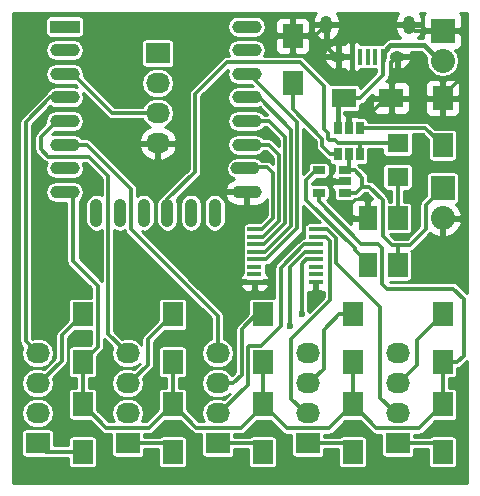
<source format=gtl>
%TF.GenerationSoftware,KiCad,Pcbnew,4.0.2+dfsg1-stable*%
%TF.CreationDate,2016-09-15T08:37:13+02:00*%
%TF.ProjectId,esp8266-io-board,657370383236362D696F2D626F617264,rev?*%
%TF.FileFunction,Copper,L1,Top,Signal*%
%FSLAX46Y46*%
G04 Gerber Fmt 4.6, Leading zero omitted, Abs format (unit mm)*
G04 Created by KiCad (PCBNEW 4.0.2+dfsg1-stable) date Thu Sep 15 08:37:13 2016*
%MOMM*%
G01*
G04 APERTURE LIST*
%ADD10C,0.350000*%
%ADD11R,0.400000X1.350000*%
%ADD12O,1.250000X0.950000*%
%ADD13O,1.000000X1.550000*%
%ADD14R,1.200000X0.400000*%
%ADD15R,2.032000X1.727200*%
%ADD16O,2.032000X1.727200*%
%ADD17R,1.700000X2.000000*%
%ADD18R,2.000000X1.600000*%
%ADD19R,1.060000X0.650000*%
%ADD20R,2.032000X2.032000*%
%ADD21O,2.032000X2.032000*%
%ADD22R,1.600000X2.000000*%
%ADD23R,1.800860X1.597660*%
%ADD24R,0.650000X1.060000*%
%ADD25R,2.500000X1.100000*%
%ADD26O,2.500000X1.100000*%
%ADD27O,1.100000X2.400000*%
%ADD28C,0.600000*%
%ADD29C,0.304800*%
%ADD30C,0.406400*%
%ADD31C,0.355600*%
%ADD32C,0.254000*%
%ADD33C,0.350000*%
%ADD34O,0.850000X0.550000*%
%ADD35O,0.500000X1.150000*%
G04 APERTURE END LIST*
D10*
D11*
X158779900Y-80302540D03*
X158129900Y-80302540D03*
X157479900Y-80302540D03*
X156829900Y-80302540D03*
X156179900Y-80302540D03*
D12*
X159979900Y-80302540D03*
X154979900Y-80302540D03*
D13*
X160979900Y-77602540D03*
X153979900Y-77602540D03*
D14*
X147899000Y-94919300D03*
X147899000Y-95554300D03*
X147899000Y-96189300D03*
X147899000Y-96824300D03*
X147899000Y-97459300D03*
X147899000Y-98094300D03*
X147899000Y-98729300D03*
X147899000Y-99364300D03*
X153099000Y-99364300D03*
X153099000Y-98729300D03*
X153099000Y-98094300D03*
X153099000Y-97459300D03*
X153099000Y-96824300D03*
X153099000Y-96189300D03*
X153099000Y-95554300D03*
X153099000Y-94919300D03*
D15*
X144780000Y-113030000D03*
D16*
X144780000Y-110490000D03*
X144780000Y-107950000D03*
X144780000Y-105410000D03*
D15*
X137160000Y-113030000D03*
D16*
X137160000Y-110490000D03*
X137160000Y-107950000D03*
X137160000Y-105410000D03*
D15*
X129540000Y-113030000D03*
D16*
X129540000Y-110490000D03*
X129540000Y-107950000D03*
X129540000Y-105410000D03*
D17*
X133350000Y-106140000D03*
X133350000Y-102140000D03*
X133350000Y-109760000D03*
X133350000Y-113760000D03*
D15*
X152400000Y-113030000D03*
D16*
X152400000Y-110490000D03*
X152400000Y-107950000D03*
X152400000Y-105410000D03*
D15*
X160020000Y-113030000D03*
D16*
X160020000Y-110490000D03*
X160020000Y-107950000D03*
X160020000Y-105410000D03*
D17*
X140970000Y-106140000D03*
X140970000Y-102140000D03*
X140970000Y-109760000D03*
X140970000Y-113760000D03*
X148590000Y-106140000D03*
X148590000Y-102140000D03*
X148590000Y-109760000D03*
X148590000Y-113760000D03*
X156210000Y-106140000D03*
X156210000Y-102140000D03*
X156210000Y-109760000D03*
X156210000Y-113760000D03*
X163830000Y-106140000D03*
X163830000Y-102140000D03*
X163830000Y-109760000D03*
X163830000Y-113760000D03*
D18*
X155480000Y-83820000D03*
X159480000Y-83820000D03*
D19*
X155548000Y-91816700D03*
X155548000Y-90866700D03*
X155548000Y-89916700D03*
X153348000Y-89916700D03*
X153348000Y-91816700D03*
D20*
X163830000Y-78105000D03*
D21*
X163830000Y-80645000D03*
D22*
X157480000Y-97980000D03*
X157480000Y-93980000D03*
D23*
X160020000Y-90469760D03*
X160020000Y-87630040D03*
D17*
X160020000Y-97980000D03*
X160020000Y-93980000D03*
D24*
X154940000Y-88560000D03*
X155890000Y-88560000D03*
X156840000Y-88560000D03*
X156840000Y-86360000D03*
X154940000Y-86360000D03*
X155890000Y-86360000D03*
D17*
X151130000Y-78550000D03*
X151130000Y-82550000D03*
X163830000Y-83820000D03*
X163830000Y-87820000D03*
D25*
X131837000Y-77766300D03*
D26*
X131837000Y-79766300D03*
X131837000Y-81766300D03*
X131837000Y-83766300D03*
X131837000Y-85766300D03*
X131837000Y-87766300D03*
X131837000Y-89766300D03*
X131837000Y-91766300D03*
D27*
X134527000Y-93516300D03*
X136527000Y-93516300D03*
X138527000Y-93516300D03*
X140527000Y-93516300D03*
X142527000Y-93516300D03*
X144527000Y-93516300D03*
D26*
X147237000Y-91766300D03*
X147137000Y-89766300D03*
X147237000Y-87766300D03*
X147237000Y-85766300D03*
X147237000Y-83766300D03*
X147237000Y-81766300D03*
X147237000Y-79766300D03*
X147237000Y-77766300D03*
D20*
X163830000Y-91440000D03*
D21*
X163830000Y-93980000D03*
D15*
X139700000Y-80010000D03*
D16*
X139700000Y-82550000D03*
X139700000Y-85090000D03*
X139700000Y-87630000D03*
D28*
X153416000Y-100329994D03*
X146303994Y-99568000D03*
X156248000Y-93980000D03*
X154616000Y-90866700D03*
X151892006Y-102108000D03*
X150876000Y-103124000D03*
D29*
X153099000Y-100012994D02*
X153116001Y-100029995D01*
X153099000Y-99364300D02*
X153099000Y-100012994D01*
X153116001Y-100029995D02*
X153416000Y-100329994D01*
X146507694Y-99364300D02*
X146303994Y-99568000D01*
X147899000Y-99364300D02*
X146507694Y-99364300D01*
X159280000Y-83820000D02*
X159004000Y-83820000D01*
X159004000Y-83820000D02*
X157480000Y-85344000D01*
X157480000Y-85344000D02*
X155956000Y-85344000D01*
X155956000Y-85344000D02*
X155890000Y-85410000D01*
X155890000Y-85410000D02*
X155890000Y-86360000D01*
X165862000Y-78816200D02*
X165862000Y-81638000D01*
X165862000Y-81638000D02*
X163830000Y-83670000D01*
X163830000Y-83670000D02*
X163830000Y-83820000D01*
X163830000Y-78105000D02*
X165150800Y-78105000D01*
X165150800Y-78105000D02*
X165862000Y-78816200D01*
X153979900Y-77602540D02*
X160979900Y-77602540D01*
X153979900Y-77602540D02*
X153979900Y-79452540D01*
X153979900Y-79452540D02*
X154829900Y-80302540D01*
X154829900Y-80302540D02*
X154979900Y-80302540D01*
X163830000Y-78105000D02*
X161482360Y-78105000D01*
X161482360Y-78105000D02*
X160979900Y-77602540D01*
D30*
X159280000Y-83820000D02*
X159480000Y-83820000D01*
D29*
X159480000Y-83820000D02*
X163830000Y-83820000D01*
X159480000Y-80802400D02*
X159980000Y-80302500D01*
X159480000Y-83820000D02*
X159480000Y-80802400D01*
X153032000Y-78550000D02*
X151130000Y-78550000D01*
X153980000Y-77602500D02*
X153032000Y-78550000D01*
X156248000Y-93980000D02*
X157480000Y-93980000D01*
X155548000Y-90866700D02*
X154616000Y-90866700D01*
X154980000Y-80302500D02*
X156179900Y-80302500D01*
X156179900Y-80302500D02*
X156180000Y-80302500D01*
X147899000Y-94919300D02*
X148539700Y-94919300D01*
X148539700Y-94919300D02*
X149479000Y-93980000D01*
X149479000Y-93980000D02*
X149479000Y-90170000D01*
X149479000Y-90170000D02*
X148971000Y-89662000D01*
X148971000Y-89662000D02*
X146641300Y-89662000D01*
X146641300Y-89662000D02*
X146537000Y-89766300D01*
X146537000Y-87766300D02*
X149107300Y-87766300D01*
X149987011Y-88646011D02*
X149987011Y-94190425D01*
X148623136Y-95554300D02*
X147899000Y-95554300D01*
X149107300Y-87766300D02*
X149987011Y-88646011D01*
X149987011Y-94190425D02*
X148623136Y-95554300D01*
X146537000Y-85766300D02*
X149139300Y-85766300D01*
X149139300Y-85766300D02*
X150495021Y-87122021D01*
X150495021Y-87122021D02*
X150495021Y-94400851D01*
X150495021Y-94400851D02*
X148706572Y-96189300D01*
X148706572Y-96189300D02*
X147899000Y-96189300D01*
X146537000Y-83766300D02*
X148282300Y-83766300D01*
X148282300Y-83766300D02*
X151003032Y-86487032D01*
X151003032Y-86487032D02*
X151003032Y-94625068D01*
X151003032Y-94625068D02*
X148803800Y-96824300D01*
X148803800Y-96824300D02*
X147899000Y-96824300D01*
X146537000Y-81766300D02*
X147427866Y-81766300D01*
X148803800Y-97459300D02*
X147899000Y-97459300D01*
X147427866Y-81766300D02*
X151511042Y-85849476D01*
X151511042Y-85849476D02*
X151511042Y-94835492D01*
X151511042Y-94835492D02*
X148887234Y-97459300D01*
X148887234Y-97459300D02*
X148803800Y-97459300D01*
X132537000Y-83766300D02*
X130609700Y-83766300D01*
X130609700Y-83766300D02*
X128524000Y-85852000D01*
X128524000Y-85852000D02*
X128524000Y-104394000D01*
X128524000Y-104394000D02*
X129540000Y-105410000D01*
D31*
X163830000Y-109760000D02*
X161830000Y-111760000D01*
X161830000Y-111760000D02*
X158210000Y-111760000D01*
X158210000Y-111760000D02*
X156210000Y-109760000D01*
X148590000Y-109760000D02*
X148622000Y-109760000D01*
X148622000Y-109760000D02*
X150622000Y-111760000D01*
X150622000Y-111760000D02*
X154210000Y-111760000D01*
X154210000Y-111760000D02*
X156210000Y-109760000D01*
X140970000Y-109760000D02*
X141002000Y-109760000D01*
X141002000Y-109760000D02*
X142976610Y-111734610D01*
X142976610Y-111734610D02*
X146765390Y-111734610D01*
X146765390Y-111734610D02*
X148590000Y-109910000D01*
X148590000Y-109910000D02*
X148590000Y-109760000D01*
X140970000Y-109760000D02*
X140970000Y-109728000D01*
X140970000Y-109728000D02*
X138963390Y-111734610D01*
X135324610Y-111734610D02*
X133350000Y-109760000D01*
X138963390Y-111734610D02*
X135324610Y-111734610D01*
X163830000Y-106140000D02*
X165086400Y-106140000D01*
X158352914Y-96138512D02*
X156938412Y-96138512D01*
X165086400Y-106140000D02*
X165608000Y-105618400D01*
X156938412Y-96138512D02*
X153348000Y-92548100D01*
X165608000Y-105618400D02*
X165608000Y-100838000D01*
X158725000Y-96510598D02*
X158352914Y-96138512D01*
X165608000Y-100838000D02*
X164719000Y-99949000D01*
X164719000Y-99949000D02*
X159131000Y-99949000D01*
X159131000Y-99949000D02*
X158725000Y-99543000D01*
X158725000Y-99543000D02*
X158725000Y-96510598D01*
X153348000Y-92548100D02*
X153348000Y-91816700D01*
X156210000Y-109760000D02*
X156210000Y-106140000D01*
X148590000Y-106140000D02*
X148590000Y-109760000D01*
X140970000Y-109760000D02*
X140970000Y-106140000D01*
X163830000Y-106140000D02*
X163830000Y-109760000D01*
X133350000Y-106140000D02*
X133350000Y-109760000D01*
X134617000Y-104873000D02*
X133350000Y-106140000D01*
X134617000Y-99710200D02*
X134617000Y-104873000D01*
X132537000Y-97629900D02*
X134617000Y-99710200D01*
X132537000Y-91766300D02*
X132537000Y-97629900D01*
D29*
X151892006Y-97861212D02*
X151892006Y-101683736D01*
X153099000Y-97459300D02*
X152293918Y-97459300D01*
X152293918Y-97459300D02*
X151892006Y-97861212D01*
X151892006Y-101683736D02*
X151892006Y-102108000D01*
X130270000Y-113760000D02*
X129540000Y-113030000D01*
X133350000Y-113760000D02*
X130270000Y-113760000D01*
X140240000Y-113030000D02*
X140970000Y-113760000D01*
X137160000Y-113030000D02*
X140240000Y-113030000D01*
X150876000Y-102699736D02*
X150876000Y-103124000D01*
X150876000Y-98158782D02*
X150876000Y-102699736D01*
X152210482Y-96824300D02*
X150876000Y-98158782D01*
X153099000Y-96824300D02*
X152210482Y-96824300D01*
X137160000Y-105410000D02*
X135509000Y-103759000D01*
X129794000Y-87122000D02*
X131149700Y-85766300D01*
X135509000Y-103759000D02*
X135509000Y-90424000D01*
X135509000Y-90424000D02*
X133858000Y-88773000D01*
X129794000Y-88138000D02*
X129794000Y-87122000D01*
X133858000Y-88773000D02*
X130429000Y-88773000D01*
X130429000Y-88773000D02*
X129794000Y-88138000D01*
X131149700Y-85766300D02*
X132537000Y-85766300D01*
X147860000Y-113030000D02*
X148590000Y-113760000D01*
X144780000Y-113030000D02*
X147860000Y-113030000D01*
X147320010Y-104919908D02*
X147320010Y-108102390D01*
X153099000Y-96189300D02*
X152127046Y-96189300D01*
X147455519Y-104784399D02*
X147320010Y-104919908D01*
X152127046Y-96189300D02*
X150114000Y-98202346D01*
X147320010Y-108102390D02*
X144932400Y-110490000D01*
X150114000Y-98202346D02*
X150114000Y-103124000D01*
X150114000Y-103124000D02*
X149813519Y-103424481D01*
X149813519Y-103424481D02*
X149795601Y-103424481D01*
X149795601Y-103424481D02*
X148435683Y-104784399D01*
X148435683Y-104784399D02*
X147455519Y-104784399D01*
X144932400Y-110490000D02*
X144780000Y-110490000D01*
X133696736Y-87766300D02*
X132537000Y-87766300D01*
X144780000Y-105410000D02*
X144780000Y-102257000D01*
X137432610Y-91502174D02*
X133696736Y-87766300D01*
X144780000Y-102257000D02*
X137432610Y-94909610D01*
X137432610Y-94909610D02*
X137432610Y-91502174D01*
X155480000Y-113030000D02*
X152400000Y-113030000D01*
X156210000Y-113760000D02*
X155480000Y-113030000D01*
X152400000Y-110490000D02*
X152247600Y-110490000D01*
X151028390Y-109270790D02*
X151028390Y-104195902D01*
X152247600Y-110490000D02*
X151028390Y-109270790D01*
X154305000Y-95885000D02*
X153974300Y-95554300D01*
X151028390Y-104195902D02*
X154305000Y-100919292D01*
X154305000Y-100919292D02*
X154305000Y-95885000D01*
X153974300Y-95554300D02*
X153099000Y-95554300D01*
X152400000Y-110490000D02*
X152552400Y-110490000D01*
X163100000Y-113030000D02*
X163830000Y-113760000D01*
X160020000Y-113030000D02*
X163100000Y-113030000D01*
X158572000Y-101549000D02*
X158572000Y-104140000D01*
X158572000Y-104140000D02*
X158572000Y-106654400D01*
X160020000Y-110490000D02*
X159867600Y-110490000D01*
X159867600Y-110490000D02*
X158572000Y-109194400D01*
X158572000Y-109194400D02*
X158572000Y-104140000D01*
X153099000Y-94919300D02*
X154057736Y-94919300D01*
X154057736Y-94919300D02*
X154813011Y-95674575D01*
X154813011Y-97790011D02*
X158572000Y-101549000D01*
X154813011Y-95674575D02*
X154813011Y-97790011D01*
D31*
X155480000Y-83820000D02*
X156835600Y-83820000D01*
X158779900Y-81333140D02*
X158779900Y-80302540D01*
X158779900Y-81875700D02*
X158779900Y-81333140D01*
X156835600Y-83820000D02*
X158779900Y-81875700D01*
D30*
X163576000Y-80645000D02*
X162250530Y-79319530D01*
X162250530Y-79319530D02*
X159422724Y-79319530D01*
X159422724Y-79319530D02*
X158837901Y-79904353D01*
X158837901Y-79904353D02*
X158837901Y-80302540D01*
X163830000Y-80645000D02*
X163576000Y-80645000D01*
X154940000Y-84360000D02*
X155480000Y-83820000D01*
X154940000Y-86360000D02*
X154940000Y-84360000D01*
X155480000Y-83820000D02*
X155951000Y-83820000D01*
X158780000Y-80587900D02*
X158780000Y-80184100D01*
X158779900Y-80587800D02*
X158779900Y-80302500D01*
X158780000Y-80587900D02*
X158779900Y-80587800D01*
D29*
X153143000Y-89916700D02*
X153348000Y-89916700D01*
X157480000Y-97980000D02*
X157480000Y-97780000D01*
X152273000Y-90786700D02*
X153143000Y-89916700D01*
X156375200Y-96675200D02*
X156375200Y-96518328D01*
X156375200Y-96518328D02*
X152273000Y-92416128D01*
X152273000Y-92416128D02*
X152273000Y-90786700D01*
X157480000Y-97780000D02*
X156375200Y-96675200D01*
X160020000Y-90469800D02*
X160020000Y-93980000D01*
X156840000Y-87725200D02*
X156768000Y-87653400D01*
X156768000Y-87653400D02*
X155009000Y-87653400D01*
X155009000Y-87653400D02*
X154702776Y-87347201D01*
X145542000Y-80772000D02*
X142875000Y-83439000D01*
X154702776Y-87347201D02*
X154249239Y-87347201D01*
X154249239Y-87347201D02*
X154157799Y-87255761D01*
X153819000Y-82826300D02*
X151764700Y-80772000D01*
X154157799Y-87255761D02*
X154157799Y-86802271D01*
X154157799Y-86802271D02*
X153819000Y-86463500D01*
X153819000Y-86463500D02*
X153819000Y-82826300D01*
X151764700Y-80772000D02*
X145542000Y-80772000D01*
X142875000Y-83439000D02*
X142875000Y-90049400D01*
X142875000Y-90049400D02*
X140527000Y-92397400D01*
X140527000Y-92397400D02*
X140527000Y-93516300D01*
X156935000Y-87630000D02*
X156840000Y-87725200D01*
X160020000Y-87630000D02*
X156935000Y-87630000D01*
X156840000Y-88560000D02*
X156840000Y-87725200D01*
X157014000Y-91341800D02*
X157635800Y-91341800D01*
X157635800Y-91341800D02*
X158750000Y-92456000D01*
X158750000Y-92456000D02*
X158750000Y-95471120D01*
X158750000Y-95471120D02*
X159544880Y-96266000D01*
X159544880Y-96266000D02*
X160020000Y-96266000D01*
X160020000Y-96266000D02*
X160020000Y-97980000D01*
X160063800Y-96266000D02*
X161036000Y-96266000D01*
X161036000Y-96266000D02*
X162406000Y-94896000D01*
X162406000Y-94896000D02*
X162406000Y-92863800D01*
X162406000Y-92863800D02*
X163830000Y-91440000D01*
X156387100Y-91821000D02*
X156534800Y-91821000D01*
X156534800Y-91821000D02*
X157014000Y-91341800D01*
X155548000Y-91816700D02*
X156382800Y-91816700D01*
X156382800Y-91816700D02*
X156387100Y-91821000D01*
X155548000Y-89916700D02*
X156382800Y-89916700D01*
X156382800Y-89916700D02*
X157014000Y-90547900D01*
X157014000Y-90547900D02*
X157014000Y-91341800D01*
X155890000Y-89574700D02*
X155719000Y-89745700D01*
X155890000Y-88560000D02*
X155890000Y-89574700D01*
X155719000Y-89745700D02*
X155548000Y-89916700D01*
X151130000Y-84750000D02*
X153649788Y-87269788D01*
X151130000Y-82550000D02*
X151130000Y-84750000D01*
X154310200Y-88560000D02*
X154940000Y-88560000D01*
X153649788Y-87899588D02*
X154310200Y-88560000D01*
X153649788Y-87269788D02*
X153649788Y-87899588D01*
X162370000Y-86360000D02*
X156840000Y-86360000D01*
X163830000Y-87820000D02*
X162370000Y-86360000D01*
X129540000Y-107950000D02*
X129692400Y-107950000D01*
X131572000Y-106070400D02*
X131572000Y-103918000D01*
X129692400Y-107950000D02*
X131572000Y-106070400D01*
X131572000Y-103918000D02*
X133350000Y-102140000D01*
X137160000Y-107950000D02*
X137312400Y-107950000D01*
X137312400Y-107950000D02*
X138868000Y-106394400D01*
X138868000Y-106394400D02*
X138868000Y-104242000D01*
X140970000Y-102140000D02*
X138868000Y-104242000D01*
X148590000Y-102140000D02*
X148050000Y-102140000D01*
X148050000Y-102140000D02*
X146812000Y-103378000D01*
X146812000Y-103378000D02*
X146812000Y-107238800D01*
X146812000Y-107238800D02*
X146100800Y-107950000D01*
X146100800Y-107950000D02*
X144780000Y-107950000D01*
X144780000Y-107950000D02*
X144932400Y-107950000D01*
X156210000Y-102140000D02*
X155055200Y-102140000D01*
X155055200Y-102140000D02*
X153771610Y-103423590D01*
X153771610Y-103423590D02*
X153771610Y-106730790D01*
X153771610Y-106730790D02*
X152552400Y-107950000D01*
X152552400Y-107950000D02*
X152400000Y-107950000D01*
X161696000Y-105410000D02*
X161696000Y-104274000D01*
X160020000Y-107950000D02*
X160172400Y-107950000D01*
X160172400Y-107950000D02*
X161696000Y-106426400D01*
X161696000Y-106426400D02*
X161696000Y-105410000D01*
X159867600Y-107950000D02*
X160020000Y-107950000D01*
X161696000Y-104274000D02*
X163830000Y-102140000D01*
X132537000Y-81766300D02*
X135860700Y-85090000D01*
X135860700Y-85090000D02*
X139700000Y-85090000D01*
D32*
G36*
X152979898Y-76775862D02*
X152844900Y-77200540D01*
X152844900Y-77475540D01*
X153852900Y-77475540D01*
X153852900Y-77455540D01*
X154106900Y-77455540D01*
X154106900Y-77475540D01*
X155114900Y-77475540D01*
X155114900Y-77200540D01*
X154979902Y-76775862D01*
X154878845Y-76656000D01*
X160080955Y-76656000D01*
X159979898Y-76775862D01*
X159844900Y-77200540D01*
X159844900Y-77475540D01*
X160852900Y-77475540D01*
X160852900Y-77455540D01*
X161106900Y-77455540D01*
X161106900Y-77475540D01*
X162114900Y-77475540D01*
X162114900Y-77200540D01*
X161979902Y-76775862D01*
X161878845Y-76656000D01*
X162348974Y-76656000D01*
X162275673Y-76729301D01*
X162179000Y-76962690D01*
X162179000Y-77819250D01*
X162337750Y-77978000D01*
X163703000Y-77978000D01*
X163703000Y-77958000D01*
X163957000Y-77958000D01*
X163957000Y-77978000D01*
X165322250Y-77978000D01*
X165481000Y-77819250D01*
X165481000Y-76962690D01*
X165384327Y-76729301D01*
X165311026Y-76656000D01*
X165914000Y-76656000D01*
X165914000Y-100353738D01*
X165114131Y-99553869D01*
X164932844Y-99432736D01*
X164719000Y-99390200D01*
X159362462Y-99390200D01*
X159340726Y-99368464D01*
X160870000Y-99368464D01*
X161011190Y-99341897D01*
X161140865Y-99258454D01*
X161227859Y-99131134D01*
X161258464Y-98980000D01*
X161258464Y-96980000D01*
X161231897Y-96838810D01*
X161187186Y-96769327D01*
X161240123Y-96758797D01*
X161413171Y-96643171D01*
X162783168Y-95273173D01*
X162783171Y-95273171D01*
X162798933Y-95249582D01*
X162861621Y-95317188D01*
X163447054Y-95585983D01*
X163703000Y-95467367D01*
X163703000Y-94107000D01*
X163957000Y-94107000D01*
X163957000Y-95467367D01*
X164212946Y-95585983D01*
X164798379Y-95317188D01*
X165236385Y-94844818D01*
X165435975Y-94362944D01*
X165316836Y-94107000D01*
X163957000Y-94107000D01*
X163703000Y-94107000D01*
X163683000Y-94107000D01*
X163683000Y-93853000D01*
X163703000Y-93853000D01*
X163703000Y-93833000D01*
X163957000Y-93833000D01*
X163957000Y-93853000D01*
X165316836Y-93853000D01*
X165435975Y-93597056D01*
X165236385Y-93115182D01*
X164964658Y-92822137D01*
X164987190Y-92817897D01*
X165116865Y-92734454D01*
X165203859Y-92607134D01*
X165234464Y-92456000D01*
X165234464Y-90424000D01*
X165207897Y-90282810D01*
X165124454Y-90153135D01*
X164997134Y-90066141D01*
X164846000Y-90035536D01*
X162814000Y-90035536D01*
X162672810Y-90062103D01*
X162543135Y-90145546D01*
X162456141Y-90272866D01*
X162425536Y-90424000D01*
X162425536Y-92089979D01*
X162028856Y-92486603D01*
X162028846Y-92486617D01*
X162028829Y-92486629D01*
X161970302Y-92574221D01*
X161913217Y-92659642D01*
X161913213Y-92659662D01*
X161913203Y-92659677D01*
X161893362Y-92759421D01*
X161872600Y-92863763D01*
X161872604Y-92863782D01*
X161872600Y-92863800D01*
X161872600Y-94675059D01*
X160815058Y-95732600D01*
X160063800Y-95732600D01*
X160041900Y-95736956D01*
X160020000Y-95732600D01*
X159765822Y-95732600D01*
X159401686Y-95368464D01*
X160870000Y-95368464D01*
X161011190Y-95341897D01*
X161140865Y-95258454D01*
X161227859Y-95131134D01*
X161258464Y-94980000D01*
X161258464Y-92980000D01*
X161231897Y-92838810D01*
X161148454Y-92709135D01*
X161021134Y-92622141D01*
X160870000Y-92591536D01*
X160553400Y-92591536D01*
X160553400Y-91657054D01*
X160920430Y-91657054D01*
X161061620Y-91630487D01*
X161191295Y-91547044D01*
X161278289Y-91419724D01*
X161308894Y-91268590D01*
X161308894Y-89670930D01*
X161282327Y-89529740D01*
X161198884Y-89400065D01*
X161071564Y-89313071D01*
X160920430Y-89282466D01*
X159119570Y-89282466D01*
X158978380Y-89309033D01*
X158848705Y-89392476D01*
X158761711Y-89519796D01*
X158731106Y-89670930D01*
X158731106Y-91268590D01*
X158757673Y-91409780D01*
X158841116Y-91539455D01*
X158968436Y-91626449D01*
X159119570Y-91657054D01*
X159486600Y-91657054D01*
X159486600Y-92591536D01*
X159283400Y-92591536D01*
X159283400Y-92456005D01*
X159283401Y-92456000D01*
X159242797Y-92251877D01*
X159127171Y-92078829D01*
X158012971Y-90964629D01*
X157839923Y-90849003D01*
X157635800Y-90808400D01*
X157547400Y-90808400D01*
X157547400Y-90547905D01*
X157547401Y-90547900D01*
X157506797Y-90343777D01*
X157477346Y-90299700D01*
X157391171Y-90170729D01*
X157391168Y-90170727D01*
X156759971Y-89539529D01*
X156668580Y-89478464D01*
X157165000Y-89478464D01*
X157306190Y-89451897D01*
X157435865Y-89368454D01*
X157522859Y-89241134D01*
X157553464Y-89090000D01*
X157553464Y-88163400D01*
X158731106Y-88163400D01*
X158731106Y-88428870D01*
X158757673Y-88570060D01*
X158841116Y-88699735D01*
X158968436Y-88786729D01*
X159119570Y-88817334D01*
X160920430Y-88817334D01*
X161061620Y-88790767D01*
X161191295Y-88707324D01*
X161278289Y-88580004D01*
X161308894Y-88428870D01*
X161308894Y-86893400D01*
X162149058Y-86893400D01*
X162591536Y-87335878D01*
X162591536Y-88820000D01*
X162618103Y-88961190D01*
X162701546Y-89090865D01*
X162828866Y-89177859D01*
X162980000Y-89208464D01*
X164680000Y-89208464D01*
X164821190Y-89181897D01*
X164950865Y-89098454D01*
X165037859Y-88971134D01*
X165068464Y-88820000D01*
X165068464Y-86820000D01*
X165041897Y-86678810D01*
X164958454Y-86549135D01*
X164831134Y-86462141D01*
X164680000Y-86431536D01*
X163195878Y-86431536D01*
X162747171Y-85982829D01*
X162574123Y-85867203D01*
X162370000Y-85826600D01*
X157552824Y-85826600D01*
X157526897Y-85688810D01*
X157443454Y-85559135D01*
X157316134Y-85472141D01*
X157165000Y-85441536D01*
X156724561Y-85441536D01*
X156574699Y-85291673D01*
X156341310Y-85195000D01*
X156175750Y-85195000D01*
X156017000Y-85353750D01*
X156017000Y-86233000D01*
X156037000Y-86233000D01*
X156037000Y-86487000D01*
X156017000Y-86487000D01*
X156017000Y-86507000D01*
X155763000Y-86507000D01*
X155763000Y-86487000D01*
X155743000Y-86487000D01*
X155743000Y-86233000D01*
X155763000Y-86233000D01*
X155763000Y-85353750D01*
X155604250Y-85195000D01*
X155524200Y-85195000D01*
X155524200Y-85008464D01*
X156480000Y-85008464D01*
X156621190Y-84981897D01*
X156750865Y-84898454D01*
X156837859Y-84771134D01*
X156868464Y-84620000D01*
X156868464Y-84372263D01*
X157049444Y-84336264D01*
X157230731Y-84215131D01*
X157340112Y-84105750D01*
X157845000Y-84105750D01*
X157845000Y-84746310D01*
X157941673Y-84979699D01*
X158120302Y-85158327D01*
X158353691Y-85255000D01*
X159194250Y-85255000D01*
X159353000Y-85096250D01*
X159353000Y-83947000D01*
X159607000Y-83947000D01*
X159607000Y-85096250D01*
X159765750Y-85255000D01*
X160606309Y-85255000D01*
X160839698Y-85158327D01*
X161018327Y-84979699D01*
X161115000Y-84746310D01*
X161115000Y-84105750D01*
X162345000Y-84105750D01*
X162345000Y-84946309D01*
X162441673Y-85179698D01*
X162620301Y-85358327D01*
X162853690Y-85455000D01*
X163544250Y-85455000D01*
X163703000Y-85296250D01*
X163703000Y-83947000D01*
X163957000Y-83947000D01*
X163957000Y-85296250D01*
X164115750Y-85455000D01*
X164806310Y-85455000D01*
X165039699Y-85358327D01*
X165218327Y-85179698D01*
X165315000Y-84946309D01*
X165315000Y-84105750D01*
X165156250Y-83947000D01*
X163957000Y-83947000D01*
X163703000Y-83947000D01*
X162503750Y-83947000D01*
X162345000Y-84105750D01*
X161115000Y-84105750D01*
X160956250Y-83947000D01*
X159607000Y-83947000D01*
X159353000Y-83947000D01*
X158003750Y-83947000D01*
X157845000Y-84105750D01*
X157340112Y-84105750D01*
X157878306Y-83567556D01*
X158003750Y-83693000D01*
X159353000Y-83693000D01*
X159353000Y-82543750D01*
X159607000Y-82543750D01*
X159607000Y-83693000D01*
X160956250Y-83693000D01*
X161115000Y-83534250D01*
X161115000Y-82893690D01*
X161032158Y-82693691D01*
X162345000Y-82693691D01*
X162345000Y-83534250D01*
X162503750Y-83693000D01*
X163703000Y-83693000D01*
X163703000Y-82343750D01*
X163957000Y-82343750D01*
X163957000Y-83693000D01*
X165156250Y-83693000D01*
X165315000Y-83534250D01*
X165315000Y-82693691D01*
X165218327Y-82460302D01*
X165039699Y-82281673D01*
X164806310Y-82185000D01*
X164115750Y-82185000D01*
X163957000Y-82343750D01*
X163703000Y-82343750D01*
X163544250Y-82185000D01*
X162853690Y-82185000D01*
X162620301Y-82281673D01*
X162441673Y-82460302D01*
X162345000Y-82693691D01*
X161032158Y-82693691D01*
X161018327Y-82660301D01*
X160839698Y-82481673D01*
X160606309Y-82385000D01*
X159765750Y-82385000D01*
X159607000Y-82543750D01*
X159353000Y-82543750D01*
X159194250Y-82385000D01*
X159060863Y-82385000D01*
X159175031Y-82270832D01*
X159296164Y-82089544D01*
X159310673Y-82016600D01*
X159338700Y-81875700D01*
X159338700Y-81286247D01*
X159678769Y-81403769D01*
X159852900Y-81255103D01*
X159852900Y-80429540D01*
X160106900Y-80429540D01*
X160106900Y-81255103D01*
X160281031Y-81403769D01*
X160690949Y-81262108D01*
X161015452Y-80974361D01*
X161199168Y-80600478D01*
X161072634Y-80429540D01*
X160106900Y-80429540D01*
X159852900Y-80429540D01*
X159832900Y-80429540D01*
X159832900Y-80175540D01*
X159852900Y-80175540D01*
X159852900Y-80155540D01*
X160106900Y-80155540D01*
X160106900Y-80175540D01*
X161072634Y-80175540D01*
X161199168Y-80004602D01*
X161149602Y-79903730D01*
X162008546Y-79903730D01*
X162462735Y-80357919D01*
X162405631Y-80645000D01*
X162511971Y-81179609D01*
X162814803Y-81632828D01*
X163268022Y-81935660D01*
X163802631Y-82042000D01*
X163857369Y-82042000D01*
X164391978Y-81935660D01*
X164845197Y-81632828D01*
X165148029Y-81179609D01*
X165254369Y-80645000D01*
X165148029Y-80110391D01*
X164911232Y-79756000D01*
X164972309Y-79756000D01*
X165205698Y-79659327D01*
X165384327Y-79480699D01*
X165481000Y-79247310D01*
X165481000Y-78390750D01*
X165322250Y-78232000D01*
X163957000Y-78232000D01*
X163957000Y-78252000D01*
X163703000Y-78252000D01*
X163703000Y-78232000D01*
X162337750Y-78232000D01*
X162179000Y-78390750D01*
X162179000Y-78735330D01*
X161721816Y-78735330D01*
X161979902Y-78429218D01*
X162114900Y-78004540D01*
X162114900Y-77729540D01*
X161106900Y-77729540D01*
X161106900Y-77749540D01*
X160852900Y-77749540D01*
X160852900Y-77729540D01*
X159844900Y-77729540D01*
X159844900Y-78004540D01*
X159979898Y-78429218D01*
X160237984Y-78735330D01*
X159422729Y-78735330D01*
X159422724Y-78735329D01*
X159199161Y-78779799D01*
X159009632Y-78906438D01*
X158676994Y-79239076D01*
X158579900Y-79239076D01*
X158450312Y-79263460D01*
X158329900Y-79239076D01*
X157929900Y-79239076D01*
X157800312Y-79263460D01*
X157679900Y-79239076D01*
X157279900Y-79239076D01*
X157150312Y-79263460D01*
X157029900Y-79239076D01*
X156889461Y-79239076D01*
X156739599Y-79089213D01*
X156506210Y-78992540D01*
X156438650Y-78992540D01*
X156279900Y-79151290D01*
X156279900Y-79464904D01*
X156272041Y-79476406D01*
X156241436Y-79627540D01*
X156241436Y-80977540D01*
X156268003Y-81118730D01*
X156279900Y-81137219D01*
X156279900Y-81453790D01*
X156438650Y-81612540D01*
X156506210Y-81612540D01*
X156739599Y-81515867D01*
X156889461Y-81366004D01*
X157029900Y-81366004D01*
X157159488Y-81341620D01*
X157279900Y-81366004D01*
X157679900Y-81366004D01*
X157809488Y-81341620D01*
X157929900Y-81366004D01*
X158221100Y-81366004D01*
X158221100Y-81644237D01*
X156864802Y-83000536D01*
X156841897Y-82878810D01*
X156758454Y-82749135D01*
X156631134Y-82662141D01*
X156480000Y-82631536D01*
X154480000Y-82631536D01*
X154338810Y-82658103D01*
X154321198Y-82669436D01*
X154311797Y-82622177D01*
X154196171Y-82449129D01*
X152347520Y-80600478D01*
X153760632Y-80600478D01*
X153944348Y-80974361D01*
X154268851Y-81262108D01*
X154678769Y-81403769D01*
X154852900Y-81255103D01*
X154852900Y-80429540D01*
X155106900Y-80429540D01*
X155106900Y-81255103D01*
X155281031Y-81403769D01*
X155449785Y-81345450D01*
X155620201Y-81515867D01*
X155853590Y-81612540D01*
X155921150Y-81612540D01*
X156079900Y-81453790D01*
X156079900Y-80843202D01*
X156199168Y-80600478D01*
X156079900Y-80439356D01*
X156079900Y-80429540D01*
X155106900Y-80429540D01*
X154852900Y-80429540D01*
X153887166Y-80429540D01*
X153760632Y-80600478D01*
X152347520Y-80600478D01*
X152141871Y-80394829D01*
X151968823Y-80279203D01*
X151764700Y-80238600D01*
X148751561Y-80238600D01*
X148829085Y-80122578D01*
X148899953Y-79766300D01*
X148829085Y-79410022D01*
X148627269Y-79107984D01*
X148325231Y-78906168D01*
X147971216Y-78835750D01*
X149645000Y-78835750D01*
X149645000Y-79676309D01*
X149741673Y-79909698D01*
X149920301Y-80088327D01*
X150153690Y-80185000D01*
X150844250Y-80185000D01*
X151003000Y-80026250D01*
X151003000Y-78677000D01*
X151257000Y-78677000D01*
X151257000Y-80026250D01*
X151415750Y-80185000D01*
X152106310Y-80185000D01*
X152339699Y-80088327D01*
X152423423Y-80004602D01*
X153760632Y-80004602D01*
X153887166Y-80175540D01*
X154852900Y-80175540D01*
X154852900Y-79349977D01*
X155106900Y-79349977D01*
X155106900Y-80175540D01*
X156079900Y-80175540D01*
X156079900Y-80165724D01*
X156199168Y-80004602D01*
X156079900Y-79761878D01*
X156079900Y-79151290D01*
X155921150Y-78992540D01*
X155853590Y-78992540D01*
X155620201Y-79089213D01*
X155449785Y-79259630D01*
X155281031Y-79201311D01*
X155106900Y-79349977D01*
X154852900Y-79349977D01*
X154678769Y-79201311D01*
X154268851Y-79342972D01*
X153944348Y-79630719D01*
X153760632Y-80004602D01*
X152423423Y-80004602D01*
X152518327Y-79909698D01*
X152615000Y-79676309D01*
X152615000Y-78835750D01*
X152456250Y-78677000D01*
X151257000Y-78677000D01*
X151003000Y-78677000D01*
X149803750Y-78677000D01*
X149645000Y-78835750D01*
X147971216Y-78835750D01*
X147968953Y-78835300D01*
X146505047Y-78835300D01*
X146148769Y-78906168D01*
X145846731Y-79107984D01*
X145644915Y-79410022D01*
X145574047Y-79766300D01*
X145644915Y-80122578D01*
X145722439Y-80238600D01*
X145542005Y-80238600D01*
X145542000Y-80238599D01*
X145337877Y-80279203D01*
X145164829Y-80394829D01*
X145164827Y-80394832D01*
X142497829Y-83061829D01*
X142382203Y-83234877D01*
X142341600Y-83439000D01*
X142341600Y-89828459D01*
X140200859Y-91969199D01*
X140170722Y-91975194D01*
X139868684Y-92177010D01*
X139666868Y-92479048D01*
X139596000Y-92835326D01*
X139596000Y-94197274D01*
X139666868Y-94553552D01*
X139868684Y-94855590D01*
X140170722Y-95057406D01*
X140527000Y-95128274D01*
X140883278Y-95057406D01*
X141185316Y-94855590D01*
X141387132Y-94553552D01*
X141458000Y-94197274D01*
X141458000Y-92835326D01*
X141596000Y-92835326D01*
X141596000Y-94197274D01*
X141666868Y-94553552D01*
X141868684Y-94855590D01*
X142170722Y-95057406D01*
X142527000Y-95128274D01*
X142883278Y-95057406D01*
X143185316Y-94855590D01*
X143387132Y-94553552D01*
X143458000Y-94197274D01*
X143458000Y-92835326D01*
X143596000Y-92835326D01*
X143596000Y-94197274D01*
X143666868Y-94553552D01*
X143868684Y-94855590D01*
X144170722Y-95057406D01*
X144527000Y-95128274D01*
X144883278Y-95057406D01*
X145185316Y-94855590D01*
X145387132Y-94553552D01*
X145458000Y-94197274D01*
X145458000Y-92835326D01*
X145387132Y-92479048D01*
X145185316Y-92177010D01*
X145034211Y-92076044D01*
X145393197Y-92076044D01*
X145393602Y-92102446D01*
X145609276Y-92514418D01*
X145966187Y-92812496D01*
X146410000Y-92951300D01*
X147110000Y-92951300D01*
X147110000Y-91893300D01*
X145518639Y-91893300D01*
X145393197Y-92076044D01*
X145034211Y-92076044D01*
X144883278Y-91975194D01*
X144527000Y-91904326D01*
X144170722Y-91975194D01*
X143868684Y-92177010D01*
X143666868Y-92479048D01*
X143596000Y-92835326D01*
X143458000Y-92835326D01*
X143387132Y-92479048D01*
X143185316Y-92177010D01*
X142883278Y-91975194D01*
X142527000Y-91904326D01*
X142170722Y-91975194D01*
X141868684Y-92177010D01*
X141666868Y-92479048D01*
X141596000Y-92835326D01*
X141458000Y-92835326D01*
X141387132Y-92479048D01*
X141312055Y-92366687D01*
X143252168Y-90426573D01*
X143252171Y-90426571D01*
X143340838Y-90293871D01*
X143367797Y-90253524D01*
X143408400Y-90049400D01*
X143408400Y-83659942D01*
X145641587Y-81426754D01*
X145574047Y-81766300D01*
X145644915Y-82122578D01*
X145846731Y-82424616D01*
X146148769Y-82626432D01*
X146505047Y-82697300D01*
X147604524Y-82697300D01*
X147742524Y-82835300D01*
X146505047Y-82835300D01*
X146148769Y-82906168D01*
X145846731Y-83107984D01*
X145644915Y-83410022D01*
X145574047Y-83766300D01*
X145644915Y-84122578D01*
X145846731Y-84424616D01*
X146148769Y-84626432D01*
X146505047Y-84697300D01*
X147968953Y-84697300D01*
X148325231Y-84626432D01*
X148362912Y-84601254D01*
X148994558Y-85232900D01*
X148710735Y-85232900D01*
X148627269Y-85107984D01*
X148325231Y-84906168D01*
X147968953Y-84835300D01*
X146505047Y-84835300D01*
X146148769Y-84906168D01*
X145846731Y-85107984D01*
X145644915Y-85410022D01*
X145574047Y-85766300D01*
X145644915Y-86122578D01*
X145846731Y-86424616D01*
X146148769Y-86626432D01*
X146505047Y-86697300D01*
X147968953Y-86697300D01*
X148325231Y-86626432D01*
X148627269Y-86424616D01*
X148710735Y-86299700D01*
X148918358Y-86299700D01*
X149961621Y-87342963D01*
X149961621Y-87866279D01*
X149484471Y-87389129D01*
X149311423Y-87273503D01*
X149107300Y-87232900D01*
X148710735Y-87232900D01*
X148627269Y-87107984D01*
X148325231Y-86906168D01*
X147968953Y-86835300D01*
X146505047Y-86835300D01*
X146148769Y-86906168D01*
X145846731Y-87107984D01*
X145644915Y-87410022D01*
X145574047Y-87766300D01*
X145644915Y-88122578D01*
X145846731Y-88424616D01*
X146148769Y-88626432D01*
X146505047Y-88697300D01*
X147968953Y-88697300D01*
X148325231Y-88626432D01*
X148627269Y-88424616D01*
X148710735Y-88299700D01*
X148886358Y-88299700D01*
X149453611Y-88866953D01*
X149453611Y-89390269D01*
X149348171Y-89284829D01*
X149175123Y-89169203D01*
X148971000Y-89128600D01*
X148541044Y-89128600D01*
X148527269Y-89107984D01*
X148225231Y-88906168D01*
X147868953Y-88835300D01*
X146405047Y-88835300D01*
X146048769Y-88906168D01*
X145746731Y-89107984D01*
X145544915Y-89410022D01*
X145474047Y-89766300D01*
X145544915Y-90122578D01*
X145746731Y-90424616D01*
X146048769Y-90626432D01*
X146181364Y-90652807D01*
X145966187Y-90720104D01*
X145609276Y-91018182D01*
X145393602Y-91430154D01*
X145393197Y-91456556D01*
X145518639Y-91639300D01*
X147110000Y-91639300D01*
X147110000Y-91619300D01*
X147364000Y-91619300D01*
X147364000Y-91639300D01*
X147384000Y-91639300D01*
X147384000Y-91893300D01*
X147364000Y-91893300D01*
X147364000Y-92951300D01*
X148064000Y-92951300D01*
X148507813Y-92812496D01*
X148864724Y-92514418D01*
X148945600Y-92359932D01*
X148945600Y-93759058D01*
X148373822Y-94330836D01*
X147299000Y-94330836D01*
X147157810Y-94357403D01*
X147028135Y-94440846D01*
X146941141Y-94568166D01*
X146910536Y-94719300D01*
X146910536Y-95119300D01*
X146933457Y-95241112D01*
X146910536Y-95354300D01*
X146910536Y-95754300D01*
X146933457Y-95876112D01*
X146910536Y-95989300D01*
X146910536Y-96389300D01*
X146933457Y-96511112D01*
X146910536Y-96624300D01*
X146910536Y-97024300D01*
X146933457Y-97146112D01*
X146910536Y-97259300D01*
X146910536Y-97659300D01*
X146933457Y-97781112D01*
X146910536Y-97894300D01*
X146910536Y-98294300D01*
X146933457Y-98416112D01*
X146910536Y-98529300D01*
X146910536Y-98654739D01*
X146760673Y-98804601D01*
X146664000Y-99037990D01*
X146664000Y-99105550D01*
X146822750Y-99264300D01*
X147114411Y-99264300D01*
X147147866Y-99287159D01*
X147299000Y-99317764D01*
X148499000Y-99317764D01*
X148640190Y-99291197D01*
X148681989Y-99264300D01*
X148975250Y-99264300D01*
X149134000Y-99105550D01*
X149134000Y-99037990D01*
X149037327Y-98804601D01*
X148887464Y-98654739D01*
X148887464Y-98529300D01*
X148864543Y-98407488D01*
X148887464Y-98294300D01*
X148887464Y-97992654D01*
X149091357Y-97952097D01*
X149264405Y-97836471D01*
X151888213Y-95212663D01*
X152003839Y-95039615D01*
X152044442Y-94835492D01*
X152044442Y-92941912D01*
X153433366Y-94330836D01*
X152499000Y-94330836D01*
X152357810Y-94357403D01*
X152228135Y-94440846D01*
X152141141Y-94568166D01*
X152110536Y-94719300D01*
X152110536Y-95119300D01*
X152133457Y-95241112D01*
X152110536Y-95354300D01*
X152110536Y-95659184D01*
X151922923Y-95696503D01*
X151749875Y-95812129D01*
X149736829Y-97825175D01*
X149621203Y-97998223D01*
X149580600Y-98202346D01*
X149580600Y-100780008D01*
X149440000Y-100751536D01*
X147740000Y-100751536D01*
X147598810Y-100778103D01*
X147469135Y-100861546D01*
X147382141Y-100988866D01*
X147351536Y-101140000D01*
X147351536Y-102084123D01*
X146434829Y-103000829D01*
X146319203Y-103173877D01*
X146278600Y-103378000D01*
X146278600Y-107017858D01*
X145994720Y-107301738D01*
X145839834Y-107069935D01*
X145436057Y-106800140D01*
X144959769Y-106705400D01*
X144600231Y-106705400D01*
X144123943Y-106800140D01*
X143720166Y-107069935D01*
X143450371Y-107473712D01*
X143355631Y-107950000D01*
X143450371Y-108426288D01*
X143720166Y-108830065D01*
X144123943Y-109099860D01*
X144600231Y-109194600D01*
X144959769Y-109194600D01*
X145436057Y-109099860D01*
X145834287Y-108833771D01*
X145345860Y-109322199D01*
X144959769Y-109245400D01*
X144600231Y-109245400D01*
X144123943Y-109340140D01*
X143720166Y-109609935D01*
X143450371Y-110013712D01*
X143355631Y-110490000D01*
X143450371Y-110966288D01*
X143590369Y-111175810D01*
X143208072Y-111175810D01*
X142208464Y-110176202D01*
X142208464Y-108760000D01*
X142181897Y-108618810D01*
X142098454Y-108489135D01*
X141971134Y-108402141D01*
X141820000Y-108371536D01*
X141528800Y-108371536D01*
X141528800Y-107528464D01*
X141820000Y-107528464D01*
X141961190Y-107501897D01*
X142090865Y-107418454D01*
X142177859Y-107291134D01*
X142208464Y-107140000D01*
X142208464Y-105140000D01*
X142181897Y-104998810D01*
X142098454Y-104869135D01*
X141971134Y-104782141D01*
X141820000Y-104751536D01*
X140120000Y-104751536D01*
X139978810Y-104778103D01*
X139849135Y-104861546D01*
X139762141Y-104988866D01*
X139731536Y-105140000D01*
X139731536Y-107140000D01*
X139758103Y-107281190D01*
X139841546Y-107410865D01*
X139968866Y-107497859D01*
X140120000Y-107528464D01*
X140411200Y-107528464D01*
X140411200Y-108371536D01*
X140120000Y-108371536D01*
X139978810Y-108398103D01*
X139849135Y-108481546D01*
X139762141Y-108608866D01*
X139731536Y-108760000D01*
X139731536Y-110176202D01*
X138731928Y-111175810D01*
X138349631Y-111175810D01*
X138489629Y-110966288D01*
X138584369Y-110490000D01*
X138489629Y-110013712D01*
X138219834Y-109609935D01*
X137816057Y-109340140D01*
X137339769Y-109245400D01*
X136980231Y-109245400D01*
X136503943Y-109340140D01*
X136100166Y-109609935D01*
X135830371Y-110013712D01*
X135735631Y-110490000D01*
X135830371Y-110966288D01*
X135970369Y-111175810D01*
X135556072Y-111175810D01*
X134588464Y-110208202D01*
X134588464Y-108760000D01*
X134561897Y-108618810D01*
X134478454Y-108489135D01*
X134351134Y-108402141D01*
X134200000Y-108371536D01*
X133908800Y-108371536D01*
X133908800Y-107528464D01*
X134200000Y-107528464D01*
X134341190Y-107501897D01*
X134470865Y-107418454D01*
X134557859Y-107291134D01*
X134588464Y-107140000D01*
X134588464Y-105691799D01*
X135012132Y-105268131D01*
X135133265Y-105086843D01*
X135175800Y-104873000D01*
X135175800Y-104180142D01*
X135870025Y-104874366D01*
X135830371Y-104933712D01*
X135735631Y-105410000D01*
X135830371Y-105886288D01*
X136100166Y-106290065D01*
X136503943Y-106559860D01*
X136980231Y-106654600D01*
X137339769Y-106654600D01*
X137816057Y-106559860D01*
X138214287Y-106293772D01*
X137725860Y-106782199D01*
X137339769Y-106705400D01*
X136980231Y-106705400D01*
X136503943Y-106800140D01*
X136100166Y-107069935D01*
X135830371Y-107473712D01*
X135735631Y-107950000D01*
X135830371Y-108426288D01*
X136100166Y-108830065D01*
X136503943Y-109099860D01*
X136980231Y-109194600D01*
X137339769Y-109194600D01*
X137816057Y-109099860D01*
X138219834Y-108830065D01*
X138489629Y-108426288D01*
X138584369Y-107950000D01*
X138498489Y-107518253D01*
X139245168Y-106771573D01*
X139245171Y-106771571D01*
X139360797Y-106598523D01*
X139373407Y-106535131D01*
X139401401Y-106394400D01*
X139401400Y-106394395D01*
X139401400Y-104462942D01*
X140335878Y-103528464D01*
X141820000Y-103528464D01*
X141961190Y-103501897D01*
X142090865Y-103418454D01*
X142177859Y-103291134D01*
X142208464Y-103140000D01*
X142208464Y-101140000D01*
X142181897Y-100998810D01*
X142098454Y-100869135D01*
X141971134Y-100782141D01*
X141820000Y-100751536D01*
X140120000Y-100751536D01*
X139978810Y-100778103D01*
X139849135Y-100861546D01*
X139762141Y-100988866D01*
X139731536Y-101140000D01*
X139731536Y-102624122D01*
X138490829Y-103864829D01*
X138375203Y-104037877D01*
X138334600Y-104242000D01*
X138334600Y-104701695D01*
X138219834Y-104529935D01*
X137816057Y-104260140D01*
X137339769Y-104165400D01*
X136980231Y-104165400D01*
X136721255Y-104216914D01*
X136042400Y-103538058D01*
X136042400Y-94971664D01*
X136170722Y-95057406D01*
X136527000Y-95128274D01*
X136883278Y-95057406D01*
X136923291Y-95030670D01*
X136939813Y-95113733D01*
X137055439Y-95286781D01*
X144246600Y-102477941D01*
X144246600Y-104235742D01*
X144123943Y-104260140D01*
X143720166Y-104529935D01*
X143450371Y-104933712D01*
X143355631Y-105410000D01*
X143450371Y-105886288D01*
X143720166Y-106290065D01*
X144123943Y-106559860D01*
X144600231Y-106654600D01*
X144959769Y-106654600D01*
X145436057Y-106559860D01*
X145839834Y-106290065D01*
X146109629Y-105886288D01*
X146204369Y-105410000D01*
X146109629Y-104933712D01*
X145839834Y-104529935D01*
X145436057Y-104260140D01*
X145313400Y-104235742D01*
X145313400Y-102257005D01*
X145313401Y-102257000D01*
X145272797Y-102052877D01*
X145265394Y-102041797D01*
X145157171Y-101879829D01*
X145157168Y-101879827D01*
X142900392Y-99623050D01*
X146664000Y-99623050D01*
X146664000Y-99690610D01*
X146760673Y-99923999D01*
X146939302Y-100102627D01*
X147172691Y-100199300D01*
X147613250Y-100199300D01*
X147772000Y-100040550D01*
X147772000Y-99464300D01*
X148026000Y-99464300D01*
X148026000Y-100040550D01*
X148184750Y-100199300D01*
X148625309Y-100199300D01*
X148858698Y-100102627D01*
X149037327Y-99923999D01*
X149134000Y-99690610D01*
X149134000Y-99623050D01*
X148975250Y-99464300D01*
X148026000Y-99464300D01*
X147772000Y-99464300D01*
X146822750Y-99464300D01*
X146664000Y-99623050D01*
X142900392Y-99623050D01*
X138375476Y-95098134D01*
X138527000Y-95128274D01*
X138883278Y-95057406D01*
X139185316Y-94855590D01*
X139387132Y-94553552D01*
X139458000Y-94197274D01*
X139458000Y-92835326D01*
X139387132Y-92479048D01*
X139185316Y-92177010D01*
X138883278Y-91975194D01*
X138527000Y-91904326D01*
X138170722Y-91975194D01*
X137966010Y-92111979D01*
X137966010Y-91502179D01*
X137966011Y-91502174D01*
X137925407Y-91298051D01*
X137809781Y-91125003D01*
X134673804Y-87989026D01*
X138092642Y-87989026D01*
X138095291Y-88004791D01*
X138349268Y-88532036D01*
X138785680Y-88921954D01*
X139338087Y-89115184D01*
X139573000Y-88970924D01*
X139573000Y-87757000D01*
X139827000Y-87757000D01*
X139827000Y-88970924D01*
X140061913Y-89115184D01*
X140614320Y-88921954D01*
X141050732Y-88532036D01*
X141304709Y-88004791D01*
X141307358Y-87989026D01*
X141186217Y-87757000D01*
X139827000Y-87757000D01*
X139573000Y-87757000D01*
X138213783Y-87757000D01*
X138092642Y-87989026D01*
X134673804Y-87989026D01*
X134073907Y-87389129D01*
X133900859Y-87273503D01*
X133696736Y-87232900D01*
X133310735Y-87232900D01*
X133227269Y-87107984D01*
X132925231Y-86906168D01*
X132568953Y-86835300D01*
X131105047Y-86835300D01*
X130767999Y-86902343D01*
X130994943Y-86675399D01*
X131105047Y-86697300D01*
X132568953Y-86697300D01*
X132925231Y-86626432D01*
X133227269Y-86424616D01*
X133429085Y-86122578D01*
X133499953Y-85766300D01*
X133429085Y-85410022D01*
X133227269Y-85107984D01*
X132925231Y-84906168D01*
X132568953Y-84835300D01*
X131105047Y-84835300D01*
X130748769Y-84906168D01*
X130446731Y-85107984D01*
X130244915Y-85410022D01*
X130174047Y-85766300D01*
X130210765Y-85950893D01*
X129416829Y-86744829D01*
X129301203Y-86917877D01*
X129260600Y-87122000D01*
X129260600Y-88138000D01*
X129301203Y-88342123D01*
X129416829Y-88515171D01*
X130051827Y-89150168D01*
X130051829Y-89150171D01*
X130144811Y-89212299D01*
X130224877Y-89265797D01*
X130327627Y-89286236D01*
X130244915Y-89410022D01*
X130174047Y-89766300D01*
X130244915Y-90122578D01*
X130446731Y-90424616D01*
X130748769Y-90626432D01*
X131105047Y-90697300D01*
X132568953Y-90697300D01*
X132925231Y-90626432D01*
X133227269Y-90424616D01*
X133429085Y-90122578D01*
X133499953Y-89766300D01*
X133429085Y-89410022D01*
X133359847Y-89306400D01*
X133637058Y-89306400D01*
X134975600Y-90644941D01*
X134975600Y-92036882D01*
X134883278Y-91975194D01*
X134527000Y-91904326D01*
X134170722Y-91975194D01*
X133868684Y-92177010D01*
X133666868Y-92479048D01*
X133596000Y-92835326D01*
X133596000Y-94197274D01*
X133666868Y-94553552D01*
X133868684Y-94855590D01*
X134170722Y-95057406D01*
X134527000Y-95128274D01*
X134883278Y-95057406D01*
X134975600Y-94995718D01*
X134975600Y-99278532D01*
X133095800Y-97398461D01*
X133095800Y-92512461D01*
X133227269Y-92424616D01*
X133429085Y-92122578D01*
X133499953Y-91766300D01*
X133429085Y-91410022D01*
X133227269Y-91107984D01*
X132925231Y-90906168D01*
X132568953Y-90835300D01*
X131105047Y-90835300D01*
X130748769Y-90906168D01*
X130446731Y-91107984D01*
X130244915Y-91410022D01*
X130174047Y-91766300D01*
X130244915Y-92122578D01*
X130446731Y-92424616D01*
X130748769Y-92626432D01*
X131105047Y-92697300D01*
X131978200Y-92697300D01*
X131978200Y-97629900D01*
X131998831Y-97733621D01*
X132020720Y-97843706D01*
X132020732Y-97843724D01*
X132020736Y-97843744D01*
X132078481Y-97930165D01*
X132141840Y-98025003D01*
X134058200Y-99941639D01*
X134058200Y-100751536D01*
X132500000Y-100751536D01*
X132358810Y-100778103D01*
X132229135Y-100861546D01*
X132142141Y-100988866D01*
X132111536Y-101140000D01*
X132111536Y-102624122D01*
X131194829Y-103540829D01*
X131079203Y-103713877D01*
X131038600Y-103918000D01*
X131038600Y-105849458D01*
X130603541Y-106284517D01*
X130869629Y-105886288D01*
X130964369Y-105410000D01*
X130869629Y-104933712D01*
X130599834Y-104529935D01*
X130196057Y-104260140D01*
X129719769Y-104165400D01*
X129360231Y-104165400D01*
X129101256Y-104216914D01*
X129057400Y-104173058D01*
X129057400Y-86072942D01*
X130601987Y-84528355D01*
X130748769Y-84626432D01*
X131105047Y-84697300D01*
X132568953Y-84697300D01*
X132925231Y-84626432D01*
X133227269Y-84424616D01*
X133429085Y-84122578D01*
X133499953Y-83766300D01*
X133429757Y-83413398D01*
X135483527Y-85467168D01*
X135483529Y-85467171D01*
X135609806Y-85551546D01*
X135656577Y-85582797D01*
X135860700Y-85623401D01*
X135860705Y-85623400D01*
X138408532Y-85623400D01*
X138640166Y-85970065D01*
X139043943Y-86239860D01*
X139058243Y-86242704D01*
X138785680Y-86338046D01*
X138349268Y-86727964D01*
X138095291Y-87255209D01*
X138092642Y-87270974D01*
X138213783Y-87503000D01*
X139573000Y-87503000D01*
X139573000Y-87483000D01*
X139827000Y-87483000D01*
X139827000Y-87503000D01*
X141186217Y-87503000D01*
X141307358Y-87270974D01*
X141304709Y-87255209D01*
X141050732Y-86727964D01*
X140614320Y-86338046D01*
X140341757Y-86242704D01*
X140356057Y-86239860D01*
X140759834Y-85970065D01*
X141029629Y-85566288D01*
X141124369Y-85090000D01*
X141029629Y-84613712D01*
X140759834Y-84209935D01*
X140356057Y-83940140D01*
X139879769Y-83845400D01*
X139520231Y-83845400D01*
X139043943Y-83940140D01*
X138640166Y-84209935D01*
X138408532Y-84556600D01*
X136081641Y-84556600D01*
X134075042Y-82550000D01*
X138275631Y-82550000D01*
X138370371Y-83026288D01*
X138640166Y-83430065D01*
X139043943Y-83699860D01*
X139520231Y-83794600D01*
X139879769Y-83794600D01*
X140356057Y-83699860D01*
X140759834Y-83430065D01*
X141029629Y-83026288D01*
X141124369Y-82550000D01*
X141029629Y-82073712D01*
X140759834Y-81669935D01*
X140356057Y-81400140D01*
X139879769Y-81305400D01*
X139520231Y-81305400D01*
X139043943Y-81400140D01*
X138640166Y-81669935D01*
X138370371Y-82073712D01*
X138275631Y-82550000D01*
X134075042Y-82550000D01*
X133465342Y-81940300D01*
X133499953Y-81766300D01*
X133429085Y-81410022D01*
X133227269Y-81107984D01*
X132925231Y-80906168D01*
X132568953Y-80835300D01*
X131105047Y-80835300D01*
X130748769Y-80906168D01*
X130446731Y-81107984D01*
X130244915Y-81410022D01*
X130174047Y-81766300D01*
X130244915Y-82122578D01*
X130446731Y-82424616D01*
X130748769Y-82626432D01*
X131105047Y-82697300D01*
X132568953Y-82697300D01*
X132689650Y-82673292D01*
X132921855Y-82905496D01*
X132568953Y-82835300D01*
X131105047Y-82835300D01*
X130748769Y-82906168D01*
X130446731Y-83107984D01*
X130280125Y-83357326D01*
X130232529Y-83389129D01*
X128146829Y-85474829D01*
X128031203Y-85647877D01*
X127990600Y-85852000D01*
X127990600Y-104394000D01*
X128031203Y-104598123D01*
X128146829Y-104771171D01*
X128250024Y-104874366D01*
X128210371Y-104933712D01*
X128115631Y-105410000D01*
X128210371Y-105886288D01*
X128480166Y-106290065D01*
X128883943Y-106559860D01*
X129360231Y-106654600D01*
X129719769Y-106654600D01*
X130196057Y-106559860D01*
X130594286Y-106293772D01*
X130105859Y-106782199D01*
X129719769Y-106705400D01*
X129360231Y-106705400D01*
X128883943Y-106800140D01*
X128480166Y-107069935D01*
X128210371Y-107473712D01*
X128115631Y-107950000D01*
X128210371Y-108426288D01*
X128480166Y-108830065D01*
X128883943Y-109099860D01*
X129360231Y-109194600D01*
X129719769Y-109194600D01*
X130196057Y-109099860D01*
X130599834Y-108830065D01*
X130869629Y-108426288D01*
X130964369Y-107950000D01*
X130878489Y-107518253D01*
X131949171Y-106447571D01*
X132064797Y-106274523D01*
X132105400Y-106070400D01*
X132105400Y-104138942D01*
X132715878Y-103528464D01*
X134058200Y-103528464D01*
X134058200Y-104641537D01*
X133948201Y-104751536D01*
X132500000Y-104751536D01*
X132358810Y-104778103D01*
X132229135Y-104861546D01*
X132142141Y-104988866D01*
X132111536Y-105140000D01*
X132111536Y-107140000D01*
X132138103Y-107281190D01*
X132221546Y-107410865D01*
X132348866Y-107497859D01*
X132500000Y-107528464D01*
X132791200Y-107528464D01*
X132791200Y-108371536D01*
X132500000Y-108371536D01*
X132358810Y-108398103D01*
X132229135Y-108481546D01*
X132142141Y-108608866D01*
X132111536Y-108760000D01*
X132111536Y-110760000D01*
X132138103Y-110901190D01*
X132221546Y-111030865D01*
X132348866Y-111117859D01*
X132500000Y-111148464D01*
X133948202Y-111148464D01*
X134929479Y-112129741D01*
X135110766Y-112250874D01*
X135324610Y-112293410D01*
X135755536Y-112293410D01*
X135755536Y-113893600D01*
X135782103Y-114034790D01*
X135865546Y-114164465D01*
X135992866Y-114251459D01*
X136144000Y-114282064D01*
X138176000Y-114282064D01*
X138317190Y-114255497D01*
X138446865Y-114172054D01*
X138533859Y-114044734D01*
X138564464Y-113893600D01*
X138564464Y-113563400D01*
X139731536Y-113563400D01*
X139731536Y-114760000D01*
X139758103Y-114901190D01*
X139841546Y-115030865D01*
X139968866Y-115117859D01*
X140120000Y-115148464D01*
X141820000Y-115148464D01*
X141961190Y-115121897D01*
X142090865Y-115038454D01*
X142177859Y-114911134D01*
X142208464Y-114760000D01*
X142208464Y-112760000D01*
X142181897Y-112618810D01*
X142098454Y-112489135D01*
X141971134Y-112402141D01*
X141820000Y-112371536D01*
X140120000Y-112371536D01*
X139978810Y-112398103D01*
X139849135Y-112481546D01*
X139838849Y-112496600D01*
X138564464Y-112496600D01*
X138564464Y-112293410D01*
X138963390Y-112293410D01*
X139177234Y-112250874D01*
X139358521Y-112129741D01*
X140339798Y-111148464D01*
X141600202Y-111148464D01*
X142581479Y-112129741D01*
X142762766Y-112250874D01*
X142976610Y-112293410D01*
X143375536Y-112293410D01*
X143375536Y-113893600D01*
X143402103Y-114034790D01*
X143485546Y-114164465D01*
X143612866Y-114251459D01*
X143764000Y-114282064D01*
X145796000Y-114282064D01*
X145937190Y-114255497D01*
X146066865Y-114172054D01*
X146153859Y-114044734D01*
X146184464Y-113893600D01*
X146184464Y-113563400D01*
X147351536Y-113563400D01*
X147351536Y-114760000D01*
X147378103Y-114901190D01*
X147461546Y-115030865D01*
X147588866Y-115117859D01*
X147740000Y-115148464D01*
X149440000Y-115148464D01*
X149581190Y-115121897D01*
X149710865Y-115038454D01*
X149797859Y-114911134D01*
X149828464Y-114760000D01*
X149828464Y-112760000D01*
X149801897Y-112618810D01*
X149718454Y-112489135D01*
X149591134Y-112402141D01*
X149440000Y-112371536D01*
X147740000Y-112371536D01*
X147598810Y-112398103D01*
X147469135Y-112481546D01*
X147458849Y-112496600D01*
X146184464Y-112496600D01*
X146184464Y-112293410D01*
X146765390Y-112293410D01*
X146979234Y-112250874D01*
X147160521Y-112129741D01*
X148141798Y-111148464D01*
X149220202Y-111148464D01*
X150226869Y-112155131D01*
X150408156Y-112276264D01*
X150622000Y-112318800D01*
X150995536Y-112318800D01*
X150995536Y-113893600D01*
X151022103Y-114034790D01*
X151105546Y-114164465D01*
X151232866Y-114251459D01*
X151384000Y-114282064D01*
X153416000Y-114282064D01*
X153557190Y-114255497D01*
X153686865Y-114172054D01*
X153773859Y-114044734D01*
X153804464Y-113893600D01*
X153804464Y-113563400D01*
X154971536Y-113563400D01*
X154971536Y-114760000D01*
X154998103Y-114901190D01*
X155081546Y-115030865D01*
X155208866Y-115117859D01*
X155360000Y-115148464D01*
X157060000Y-115148464D01*
X157201190Y-115121897D01*
X157330865Y-115038454D01*
X157417859Y-114911134D01*
X157448464Y-114760000D01*
X157448464Y-112760000D01*
X157421897Y-112618810D01*
X157338454Y-112489135D01*
X157211134Y-112402141D01*
X157060000Y-112371536D01*
X155360000Y-112371536D01*
X155218810Y-112398103D01*
X155089135Y-112481546D01*
X155078849Y-112496600D01*
X153804464Y-112496600D01*
X153804464Y-112318800D01*
X154210000Y-112318800D01*
X154423844Y-112276264D01*
X154605131Y-112155131D01*
X155611798Y-111148464D01*
X156808202Y-111148464D01*
X157814869Y-112155131D01*
X157996156Y-112276264D01*
X158210000Y-112318800D01*
X158615536Y-112318800D01*
X158615536Y-113893600D01*
X158642103Y-114034790D01*
X158725546Y-114164465D01*
X158852866Y-114251459D01*
X159004000Y-114282064D01*
X161036000Y-114282064D01*
X161177190Y-114255497D01*
X161306865Y-114172054D01*
X161393859Y-114044734D01*
X161424464Y-113893600D01*
X161424464Y-113563400D01*
X162591536Y-113563400D01*
X162591536Y-114760000D01*
X162618103Y-114901190D01*
X162701546Y-115030865D01*
X162828866Y-115117859D01*
X162980000Y-115148464D01*
X164680000Y-115148464D01*
X164821190Y-115121897D01*
X164950865Y-115038454D01*
X165037859Y-114911134D01*
X165068464Y-114760000D01*
X165068464Y-112760000D01*
X165041897Y-112618810D01*
X164958454Y-112489135D01*
X164831134Y-112402141D01*
X164680000Y-112371536D01*
X162980000Y-112371536D01*
X162838810Y-112398103D01*
X162709135Y-112481546D01*
X162698849Y-112496600D01*
X161424464Y-112496600D01*
X161424464Y-112318800D01*
X161830000Y-112318800D01*
X162043844Y-112276264D01*
X162225131Y-112155131D01*
X163231798Y-111148464D01*
X164680000Y-111148464D01*
X164821190Y-111121897D01*
X164950865Y-111038454D01*
X165037859Y-110911134D01*
X165068464Y-110760000D01*
X165068464Y-108760000D01*
X165041897Y-108618810D01*
X164958454Y-108489135D01*
X164831134Y-108402141D01*
X164680000Y-108371536D01*
X164388800Y-108371536D01*
X164388800Y-107528464D01*
X164680000Y-107528464D01*
X164821190Y-107501897D01*
X164950865Y-107418454D01*
X165037859Y-107291134D01*
X165068464Y-107140000D01*
X165068464Y-106698800D01*
X165086400Y-106698800D01*
X165300244Y-106656264D01*
X165481531Y-106535131D01*
X165914000Y-106102662D01*
X165914000Y-116384000D01*
X127456000Y-116384000D01*
X127456000Y-112166400D01*
X128135536Y-112166400D01*
X128135536Y-113893600D01*
X128162103Y-114034790D01*
X128245546Y-114164465D01*
X128372866Y-114251459D01*
X128524000Y-114282064D01*
X130213011Y-114282064D01*
X130270000Y-114293400D01*
X132111536Y-114293400D01*
X132111536Y-114760000D01*
X132138103Y-114901190D01*
X132221546Y-115030865D01*
X132348866Y-115117859D01*
X132500000Y-115148464D01*
X134200000Y-115148464D01*
X134341190Y-115121897D01*
X134470865Y-115038454D01*
X134557859Y-114911134D01*
X134588464Y-114760000D01*
X134588464Y-112760000D01*
X134561897Y-112618810D01*
X134478454Y-112489135D01*
X134351134Y-112402141D01*
X134200000Y-112371536D01*
X132500000Y-112371536D01*
X132358810Y-112398103D01*
X132229135Y-112481546D01*
X132142141Y-112608866D01*
X132111536Y-112760000D01*
X132111536Y-113226600D01*
X130944464Y-113226600D01*
X130944464Y-112166400D01*
X130917897Y-112025210D01*
X130834454Y-111895535D01*
X130707134Y-111808541D01*
X130556000Y-111777936D01*
X128524000Y-111777936D01*
X128382810Y-111804503D01*
X128253135Y-111887946D01*
X128166141Y-112015266D01*
X128135536Y-112166400D01*
X127456000Y-112166400D01*
X127456000Y-110490000D01*
X128115631Y-110490000D01*
X128210371Y-110966288D01*
X128480166Y-111370065D01*
X128883943Y-111639860D01*
X129360231Y-111734600D01*
X129719769Y-111734600D01*
X130196057Y-111639860D01*
X130599834Y-111370065D01*
X130869629Y-110966288D01*
X130964369Y-110490000D01*
X130869629Y-110013712D01*
X130599834Y-109609935D01*
X130196057Y-109340140D01*
X129719769Y-109245400D01*
X129360231Y-109245400D01*
X128883943Y-109340140D01*
X128480166Y-109609935D01*
X128210371Y-110013712D01*
X128115631Y-110490000D01*
X127456000Y-110490000D01*
X127456000Y-79766300D01*
X130174047Y-79766300D01*
X130244915Y-80122578D01*
X130446731Y-80424616D01*
X130748769Y-80626432D01*
X131105047Y-80697300D01*
X132568953Y-80697300D01*
X132925231Y-80626432D01*
X133227269Y-80424616D01*
X133429085Y-80122578D01*
X133499953Y-79766300D01*
X133429085Y-79410022D01*
X133252938Y-79146400D01*
X138295536Y-79146400D01*
X138295536Y-80873600D01*
X138322103Y-81014790D01*
X138405546Y-81144465D01*
X138532866Y-81231459D01*
X138684000Y-81262064D01*
X140716000Y-81262064D01*
X140857190Y-81235497D01*
X140986865Y-81152054D01*
X141073859Y-81024734D01*
X141104464Y-80873600D01*
X141104464Y-79146400D01*
X141077897Y-79005210D01*
X140994454Y-78875535D01*
X140867134Y-78788541D01*
X140716000Y-78757936D01*
X138684000Y-78757936D01*
X138542810Y-78784503D01*
X138413135Y-78867946D01*
X138326141Y-78995266D01*
X138295536Y-79146400D01*
X133252938Y-79146400D01*
X133227269Y-79107984D01*
X132925231Y-78906168D01*
X132568953Y-78835300D01*
X131105047Y-78835300D01*
X130748769Y-78906168D01*
X130446731Y-79107984D01*
X130244915Y-79410022D01*
X130174047Y-79766300D01*
X127456000Y-79766300D01*
X127456000Y-77216300D01*
X130198536Y-77216300D01*
X130198536Y-78316300D01*
X130225103Y-78457490D01*
X130308546Y-78587165D01*
X130435866Y-78674159D01*
X130587000Y-78704764D01*
X133087000Y-78704764D01*
X133228190Y-78678197D01*
X133357865Y-78594754D01*
X133444859Y-78467434D01*
X133475464Y-78316300D01*
X133475464Y-77766300D01*
X145574047Y-77766300D01*
X145644915Y-78122578D01*
X145846731Y-78424616D01*
X146148769Y-78626432D01*
X146505047Y-78697300D01*
X147968953Y-78697300D01*
X148325231Y-78626432D01*
X148627269Y-78424616D01*
X148829085Y-78122578D01*
X148899953Y-77766300D01*
X148831804Y-77423691D01*
X149645000Y-77423691D01*
X149645000Y-78264250D01*
X149803750Y-78423000D01*
X151003000Y-78423000D01*
X151003000Y-77073750D01*
X151257000Y-77073750D01*
X151257000Y-78423000D01*
X152456250Y-78423000D01*
X152615000Y-78264250D01*
X152615000Y-77729540D01*
X152844900Y-77729540D01*
X152844900Y-78004540D01*
X152979898Y-78429218D01*
X153267137Y-78769908D01*
X153678026Y-78971659D01*
X153852900Y-78845494D01*
X153852900Y-77729540D01*
X154106900Y-77729540D01*
X154106900Y-78845494D01*
X154281774Y-78971659D01*
X154692663Y-78769908D01*
X154979902Y-78429218D01*
X155114900Y-78004540D01*
X155114900Y-77729540D01*
X154106900Y-77729540D01*
X153852900Y-77729540D01*
X152844900Y-77729540D01*
X152615000Y-77729540D01*
X152615000Y-77423691D01*
X152518327Y-77190302D01*
X152339699Y-77011673D01*
X152106310Y-76915000D01*
X151415750Y-76915000D01*
X151257000Y-77073750D01*
X151003000Y-77073750D01*
X150844250Y-76915000D01*
X150153690Y-76915000D01*
X149920301Y-77011673D01*
X149741673Y-77190302D01*
X149645000Y-77423691D01*
X148831804Y-77423691D01*
X148829085Y-77410022D01*
X148627269Y-77107984D01*
X148325231Y-76906168D01*
X147968953Y-76835300D01*
X146505047Y-76835300D01*
X146148769Y-76906168D01*
X145846731Y-77107984D01*
X145644915Y-77410022D01*
X145574047Y-77766300D01*
X133475464Y-77766300D01*
X133475464Y-77216300D01*
X133448897Y-77075110D01*
X133365454Y-76945435D01*
X133238134Y-76858441D01*
X133087000Y-76827836D01*
X130587000Y-76827836D01*
X130445810Y-76854403D01*
X130316135Y-76937846D01*
X130229141Y-77065166D01*
X130198536Y-77216300D01*
X127456000Y-77216300D01*
X127456000Y-76656000D01*
X153080955Y-76656000D01*
X152979898Y-76775862D01*
X152979898Y-76775862D01*
G37*
X152979898Y-76775862D02*
X152844900Y-77200540D01*
X152844900Y-77475540D01*
X153852900Y-77475540D01*
X153852900Y-77455540D01*
X154106900Y-77455540D01*
X154106900Y-77475540D01*
X155114900Y-77475540D01*
X155114900Y-77200540D01*
X154979902Y-76775862D01*
X154878845Y-76656000D01*
X160080955Y-76656000D01*
X159979898Y-76775862D01*
X159844900Y-77200540D01*
X159844900Y-77475540D01*
X160852900Y-77475540D01*
X160852900Y-77455540D01*
X161106900Y-77455540D01*
X161106900Y-77475540D01*
X162114900Y-77475540D01*
X162114900Y-77200540D01*
X161979902Y-76775862D01*
X161878845Y-76656000D01*
X162348974Y-76656000D01*
X162275673Y-76729301D01*
X162179000Y-76962690D01*
X162179000Y-77819250D01*
X162337750Y-77978000D01*
X163703000Y-77978000D01*
X163703000Y-77958000D01*
X163957000Y-77958000D01*
X163957000Y-77978000D01*
X165322250Y-77978000D01*
X165481000Y-77819250D01*
X165481000Y-76962690D01*
X165384327Y-76729301D01*
X165311026Y-76656000D01*
X165914000Y-76656000D01*
X165914000Y-100353738D01*
X165114131Y-99553869D01*
X164932844Y-99432736D01*
X164719000Y-99390200D01*
X159362462Y-99390200D01*
X159340726Y-99368464D01*
X160870000Y-99368464D01*
X161011190Y-99341897D01*
X161140865Y-99258454D01*
X161227859Y-99131134D01*
X161258464Y-98980000D01*
X161258464Y-96980000D01*
X161231897Y-96838810D01*
X161187186Y-96769327D01*
X161240123Y-96758797D01*
X161413171Y-96643171D01*
X162783168Y-95273173D01*
X162783171Y-95273171D01*
X162798933Y-95249582D01*
X162861621Y-95317188D01*
X163447054Y-95585983D01*
X163703000Y-95467367D01*
X163703000Y-94107000D01*
X163957000Y-94107000D01*
X163957000Y-95467367D01*
X164212946Y-95585983D01*
X164798379Y-95317188D01*
X165236385Y-94844818D01*
X165435975Y-94362944D01*
X165316836Y-94107000D01*
X163957000Y-94107000D01*
X163703000Y-94107000D01*
X163683000Y-94107000D01*
X163683000Y-93853000D01*
X163703000Y-93853000D01*
X163703000Y-93833000D01*
X163957000Y-93833000D01*
X163957000Y-93853000D01*
X165316836Y-93853000D01*
X165435975Y-93597056D01*
X165236385Y-93115182D01*
X164964658Y-92822137D01*
X164987190Y-92817897D01*
X165116865Y-92734454D01*
X165203859Y-92607134D01*
X165234464Y-92456000D01*
X165234464Y-90424000D01*
X165207897Y-90282810D01*
X165124454Y-90153135D01*
X164997134Y-90066141D01*
X164846000Y-90035536D01*
X162814000Y-90035536D01*
X162672810Y-90062103D01*
X162543135Y-90145546D01*
X162456141Y-90272866D01*
X162425536Y-90424000D01*
X162425536Y-92089979D01*
X162028856Y-92486603D01*
X162028846Y-92486617D01*
X162028829Y-92486629D01*
X161970302Y-92574221D01*
X161913217Y-92659642D01*
X161913213Y-92659662D01*
X161913203Y-92659677D01*
X161893362Y-92759421D01*
X161872600Y-92863763D01*
X161872604Y-92863782D01*
X161872600Y-92863800D01*
X161872600Y-94675059D01*
X160815058Y-95732600D01*
X160063800Y-95732600D01*
X160041900Y-95736956D01*
X160020000Y-95732600D01*
X159765822Y-95732600D01*
X159401686Y-95368464D01*
X160870000Y-95368464D01*
X161011190Y-95341897D01*
X161140865Y-95258454D01*
X161227859Y-95131134D01*
X161258464Y-94980000D01*
X161258464Y-92980000D01*
X161231897Y-92838810D01*
X161148454Y-92709135D01*
X161021134Y-92622141D01*
X160870000Y-92591536D01*
X160553400Y-92591536D01*
X160553400Y-91657054D01*
X160920430Y-91657054D01*
X161061620Y-91630487D01*
X161191295Y-91547044D01*
X161278289Y-91419724D01*
X161308894Y-91268590D01*
X161308894Y-89670930D01*
X161282327Y-89529740D01*
X161198884Y-89400065D01*
X161071564Y-89313071D01*
X160920430Y-89282466D01*
X159119570Y-89282466D01*
X158978380Y-89309033D01*
X158848705Y-89392476D01*
X158761711Y-89519796D01*
X158731106Y-89670930D01*
X158731106Y-91268590D01*
X158757673Y-91409780D01*
X158841116Y-91539455D01*
X158968436Y-91626449D01*
X159119570Y-91657054D01*
X159486600Y-91657054D01*
X159486600Y-92591536D01*
X159283400Y-92591536D01*
X159283400Y-92456005D01*
X159283401Y-92456000D01*
X159242797Y-92251877D01*
X159127171Y-92078829D01*
X158012971Y-90964629D01*
X157839923Y-90849003D01*
X157635800Y-90808400D01*
X157547400Y-90808400D01*
X157547400Y-90547905D01*
X157547401Y-90547900D01*
X157506797Y-90343777D01*
X157477346Y-90299700D01*
X157391171Y-90170729D01*
X157391168Y-90170727D01*
X156759971Y-89539529D01*
X156668580Y-89478464D01*
X157165000Y-89478464D01*
X157306190Y-89451897D01*
X157435865Y-89368454D01*
X157522859Y-89241134D01*
X157553464Y-89090000D01*
X157553464Y-88163400D01*
X158731106Y-88163400D01*
X158731106Y-88428870D01*
X158757673Y-88570060D01*
X158841116Y-88699735D01*
X158968436Y-88786729D01*
X159119570Y-88817334D01*
X160920430Y-88817334D01*
X161061620Y-88790767D01*
X161191295Y-88707324D01*
X161278289Y-88580004D01*
X161308894Y-88428870D01*
X161308894Y-86893400D01*
X162149058Y-86893400D01*
X162591536Y-87335878D01*
X162591536Y-88820000D01*
X162618103Y-88961190D01*
X162701546Y-89090865D01*
X162828866Y-89177859D01*
X162980000Y-89208464D01*
X164680000Y-89208464D01*
X164821190Y-89181897D01*
X164950865Y-89098454D01*
X165037859Y-88971134D01*
X165068464Y-88820000D01*
X165068464Y-86820000D01*
X165041897Y-86678810D01*
X164958454Y-86549135D01*
X164831134Y-86462141D01*
X164680000Y-86431536D01*
X163195878Y-86431536D01*
X162747171Y-85982829D01*
X162574123Y-85867203D01*
X162370000Y-85826600D01*
X157552824Y-85826600D01*
X157526897Y-85688810D01*
X157443454Y-85559135D01*
X157316134Y-85472141D01*
X157165000Y-85441536D01*
X156724561Y-85441536D01*
X156574699Y-85291673D01*
X156341310Y-85195000D01*
X156175750Y-85195000D01*
X156017000Y-85353750D01*
X156017000Y-86233000D01*
X156037000Y-86233000D01*
X156037000Y-86487000D01*
X156017000Y-86487000D01*
X156017000Y-86507000D01*
X155763000Y-86507000D01*
X155763000Y-86487000D01*
X155743000Y-86487000D01*
X155743000Y-86233000D01*
X155763000Y-86233000D01*
X155763000Y-85353750D01*
X155604250Y-85195000D01*
X155524200Y-85195000D01*
X155524200Y-85008464D01*
X156480000Y-85008464D01*
X156621190Y-84981897D01*
X156750865Y-84898454D01*
X156837859Y-84771134D01*
X156868464Y-84620000D01*
X156868464Y-84372263D01*
X157049444Y-84336264D01*
X157230731Y-84215131D01*
X157340112Y-84105750D01*
X157845000Y-84105750D01*
X157845000Y-84746310D01*
X157941673Y-84979699D01*
X158120302Y-85158327D01*
X158353691Y-85255000D01*
X159194250Y-85255000D01*
X159353000Y-85096250D01*
X159353000Y-83947000D01*
X159607000Y-83947000D01*
X159607000Y-85096250D01*
X159765750Y-85255000D01*
X160606309Y-85255000D01*
X160839698Y-85158327D01*
X161018327Y-84979699D01*
X161115000Y-84746310D01*
X161115000Y-84105750D01*
X162345000Y-84105750D01*
X162345000Y-84946309D01*
X162441673Y-85179698D01*
X162620301Y-85358327D01*
X162853690Y-85455000D01*
X163544250Y-85455000D01*
X163703000Y-85296250D01*
X163703000Y-83947000D01*
X163957000Y-83947000D01*
X163957000Y-85296250D01*
X164115750Y-85455000D01*
X164806310Y-85455000D01*
X165039699Y-85358327D01*
X165218327Y-85179698D01*
X165315000Y-84946309D01*
X165315000Y-84105750D01*
X165156250Y-83947000D01*
X163957000Y-83947000D01*
X163703000Y-83947000D01*
X162503750Y-83947000D01*
X162345000Y-84105750D01*
X161115000Y-84105750D01*
X160956250Y-83947000D01*
X159607000Y-83947000D01*
X159353000Y-83947000D01*
X158003750Y-83947000D01*
X157845000Y-84105750D01*
X157340112Y-84105750D01*
X157878306Y-83567556D01*
X158003750Y-83693000D01*
X159353000Y-83693000D01*
X159353000Y-82543750D01*
X159607000Y-82543750D01*
X159607000Y-83693000D01*
X160956250Y-83693000D01*
X161115000Y-83534250D01*
X161115000Y-82893690D01*
X161032158Y-82693691D01*
X162345000Y-82693691D01*
X162345000Y-83534250D01*
X162503750Y-83693000D01*
X163703000Y-83693000D01*
X163703000Y-82343750D01*
X163957000Y-82343750D01*
X163957000Y-83693000D01*
X165156250Y-83693000D01*
X165315000Y-83534250D01*
X165315000Y-82693691D01*
X165218327Y-82460302D01*
X165039699Y-82281673D01*
X164806310Y-82185000D01*
X164115750Y-82185000D01*
X163957000Y-82343750D01*
X163703000Y-82343750D01*
X163544250Y-82185000D01*
X162853690Y-82185000D01*
X162620301Y-82281673D01*
X162441673Y-82460302D01*
X162345000Y-82693691D01*
X161032158Y-82693691D01*
X161018327Y-82660301D01*
X160839698Y-82481673D01*
X160606309Y-82385000D01*
X159765750Y-82385000D01*
X159607000Y-82543750D01*
X159353000Y-82543750D01*
X159194250Y-82385000D01*
X159060863Y-82385000D01*
X159175031Y-82270832D01*
X159296164Y-82089544D01*
X159310673Y-82016600D01*
X159338700Y-81875700D01*
X159338700Y-81286247D01*
X159678769Y-81403769D01*
X159852900Y-81255103D01*
X159852900Y-80429540D01*
X160106900Y-80429540D01*
X160106900Y-81255103D01*
X160281031Y-81403769D01*
X160690949Y-81262108D01*
X161015452Y-80974361D01*
X161199168Y-80600478D01*
X161072634Y-80429540D01*
X160106900Y-80429540D01*
X159852900Y-80429540D01*
X159832900Y-80429540D01*
X159832900Y-80175540D01*
X159852900Y-80175540D01*
X159852900Y-80155540D01*
X160106900Y-80155540D01*
X160106900Y-80175540D01*
X161072634Y-80175540D01*
X161199168Y-80004602D01*
X161149602Y-79903730D01*
X162008546Y-79903730D01*
X162462735Y-80357919D01*
X162405631Y-80645000D01*
X162511971Y-81179609D01*
X162814803Y-81632828D01*
X163268022Y-81935660D01*
X163802631Y-82042000D01*
X163857369Y-82042000D01*
X164391978Y-81935660D01*
X164845197Y-81632828D01*
X165148029Y-81179609D01*
X165254369Y-80645000D01*
X165148029Y-80110391D01*
X164911232Y-79756000D01*
X164972309Y-79756000D01*
X165205698Y-79659327D01*
X165384327Y-79480699D01*
X165481000Y-79247310D01*
X165481000Y-78390750D01*
X165322250Y-78232000D01*
X163957000Y-78232000D01*
X163957000Y-78252000D01*
X163703000Y-78252000D01*
X163703000Y-78232000D01*
X162337750Y-78232000D01*
X162179000Y-78390750D01*
X162179000Y-78735330D01*
X161721816Y-78735330D01*
X161979902Y-78429218D01*
X162114900Y-78004540D01*
X162114900Y-77729540D01*
X161106900Y-77729540D01*
X161106900Y-77749540D01*
X160852900Y-77749540D01*
X160852900Y-77729540D01*
X159844900Y-77729540D01*
X159844900Y-78004540D01*
X159979898Y-78429218D01*
X160237984Y-78735330D01*
X159422729Y-78735330D01*
X159422724Y-78735329D01*
X159199161Y-78779799D01*
X159009632Y-78906438D01*
X158676994Y-79239076D01*
X158579900Y-79239076D01*
X158450312Y-79263460D01*
X158329900Y-79239076D01*
X157929900Y-79239076D01*
X157800312Y-79263460D01*
X157679900Y-79239076D01*
X157279900Y-79239076D01*
X157150312Y-79263460D01*
X157029900Y-79239076D01*
X156889461Y-79239076D01*
X156739599Y-79089213D01*
X156506210Y-78992540D01*
X156438650Y-78992540D01*
X156279900Y-79151290D01*
X156279900Y-79464904D01*
X156272041Y-79476406D01*
X156241436Y-79627540D01*
X156241436Y-80977540D01*
X156268003Y-81118730D01*
X156279900Y-81137219D01*
X156279900Y-81453790D01*
X156438650Y-81612540D01*
X156506210Y-81612540D01*
X156739599Y-81515867D01*
X156889461Y-81366004D01*
X157029900Y-81366004D01*
X157159488Y-81341620D01*
X157279900Y-81366004D01*
X157679900Y-81366004D01*
X157809488Y-81341620D01*
X157929900Y-81366004D01*
X158221100Y-81366004D01*
X158221100Y-81644237D01*
X156864802Y-83000536D01*
X156841897Y-82878810D01*
X156758454Y-82749135D01*
X156631134Y-82662141D01*
X156480000Y-82631536D01*
X154480000Y-82631536D01*
X154338810Y-82658103D01*
X154321198Y-82669436D01*
X154311797Y-82622177D01*
X154196171Y-82449129D01*
X152347520Y-80600478D01*
X153760632Y-80600478D01*
X153944348Y-80974361D01*
X154268851Y-81262108D01*
X154678769Y-81403769D01*
X154852900Y-81255103D01*
X154852900Y-80429540D01*
X155106900Y-80429540D01*
X155106900Y-81255103D01*
X155281031Y-81403769D01*
X155449785Y-81345450D01*
X155620201Y-81515867D01*
X155853590Y-81612540D01*
X155921150Y-81612540D01*
X156079900Y-81453790D01*
X156079900Y-80843202D01*
X156199168Y-80600478D01*
X156079900Y-80439356D01*
X156079900Y-80429540D01*
X155106900Y-80429540D01*
X154852900Y-80429540D01*
X153887166Y-80429540D01*
X153760632Y-80600478D01*
X152347520Y-80600478D01*
X152141871Y-80394829D01*
X151968823Y-80279203D01*
X151764700Y-80238600D01*
X148751561Y-80238600D01*
X148829085Y-80122578D01*
X148899953Y-79766300D01*
X148829085Y-79410022D01*
X148627269Y-79107984D01*
X148325231Y-78906168D01*
X147971216Y-78835750D01*
X149645000Y-78835750D01*
X149645000Y-79676309D01*
X149741673Y-79909698D01*
X149920301Y-80088327D01*
X150153690Y-80185000D01*
X150844250Y-80185000D01*
X151003000Y-80026250D01*
X151003000Y-78677000D01*
X151257000Y-78677000D01*
X151257000Y-80026250D01*
X151415750Y-80185000D01*
X152106310Y-80185000D01*
X152339699Y-80088327D01*
X152423423Y-80004602D01*
X153760632Y-80004602D01*
X153887166Y-80175540D01*
X154852900Y-80175540D01*
X154852900Y-79349977D01*
X155106900Y-79349977D01*
X155106900Y-80175540D01*
X156079900Y-80175540D01*
X156079900Y-80165724D01*
X156199168Y-80004602D01*
X156079900Y-79761878D01*
X156079900Y-79151290D01*
X155921150Y-78992540D01*
X155853590Y-78992540D01*
X155620201Y-79089213D01*
X155449785Y-79259630D01*
X155281031Y-79201311D01*
X155106900Y-79349977D01*
X154852900Y-79349977D01*
X154678769Y-79201311D01*
X154268851Y-79342972D01*
X153944348Y-79630719D01*
X153760632Y-80004602D01*
X152423423Y-80004602D01*
X152518327Y-79909698D01*
X152615000Y-79676309D01*
X152615000Y-78835750D01*
X152456250Y-78677000D01*
X151257000Y-78677000D01*
X151003000Y-78677000D01*
X149803750Y-78677000D01*
X149645000Y-78835750D01*
X147971216Y-78835750D01*
X147968953Y-78835300D01*
X146505047Y-78835300D01*
X146148769Y-78906168D01*
X145846731Y-79107984D01*
X145644915Y-79410022D01*
X145574047Y-79766300D01*
X145644915Y-80122578D01*
X145722439Y-80238600D01*
X145542005Y-80238600D01*
X145542000Y-80238599D01*
X145337877Y-80279203D01*
X145164829Y-80394829D01*
X145164827Y-80394832D01*
X142497829Y-83061829D01*
X142382203Y-83234877D01*
X142341600Y-83439000D01*
X142341600Y-89828459D01*
X140200859Y-91969199D01*
X140170722Y-91975194D01*
X139868684Y-92177010D01*
X139666868Y-92479048D01*
X139596000Y-92835326D01*
X139596000Y-94197274D01*
X139666868Y-94553552D01*
X139868684Y-94855590D01*
X140170722Y-95057406D01*
X140527000Y-95128274D01*
X140883278Y-95057406D01*
X141185316Y-94855590D01*
X141387132Y-94553552D01*
X141458000Y-94197274D01*
X141458000Y-92835326D01*
X141596000Y-92835326D01*
X141596000Y-94197274D01*
X141666868Y-94553552D01*
X141868684Y-94855590D01*
X142170722Y-95057406D01*
X142527000Y-95128274D01*
X142883278Y-95057406D01*
X143185316Y-94855590D01*
X143387132Y-94553552D01*
X143458000Y-94197274D01*
X143458000Y-92835326D01*
X143596000Y-92835326D01*
X143596000Y-94197274D01*
X143666868Y-94553552D01*
X143868684Y-94855590D01*
X144170722Y-95057406D01*
X144527000Y-95128274D01*
X144883278Y-95057406D01*
X145185316Y-94855590D01*
X145387132Y-94553552D01*
X145458000Y-94197274D01*
X145458000Y-92835326D01*
X145387132Y-92479048D01*
X145185316Y-92177010D01*
X145034211Y-92076044D01*
X145393197Y-92076044D01*
X145393602Y-92102446D01*
X145609276Y-92514418D01*
X145966187Y-92812496D01*
X146410000Y-92951300D01*
X147110000Y-92951300D01*
X147110000Y-91893300D01*
X145518639Y-91893300D01*
X145393197Y-92076044D01*
X145034211Y-92076044D01*
X144883278Y-91975194D01*
X144527000Y-91904326D01*
X144170722Y-91975194D01*
X143868684Y-92177010D01*
X143666868Y-92479048D01*
X143596000Y-92835326D01*
X143458000Y-92835326D01*
X143387132Y-92479048D01*
X143185316Y-92177010D01*
X142883278Y-91975194D01*
X142527000Y-91904326D01*
X142170722Y-91975194D01*
X141868684Y-92177010D01*
X141666868Y-92479048D01*
X141596000Y-92835326D01*
X141458000Y-92835326D01*
X141387132Y-92479048D01*
X141312055Y-92366687D01*
X143252168Y-90426573D01*
X143252171Y-90426571D01*
X143340838Y-90293871D01*
X143367797Y-90253524D01*
X143408400Y-90049400D01*
X143408400Y-83659942D01*
X145641587Y-81426754D01*
X145574047Y-81766300D01*
X145644915Y-82122578D01*
X145846731Y-82424616D01*
X146148769Y-82626432D01*
X146505047Y-82697300D01*
X147604524Y-82697300D01*
X147742524Y-82835300D01*
X146505047Y-82835300D01*
X146148769Y-82906168D01*
X145846731Y-83107984D01*
X145644915Y-83410022D01*
X145574047Y-83766300D01*
X145644915Y-84122578D01*
X145846731Y-84424616D01*
X146148769Y-84626432D01*
X146505047Y-84697300D01*
X147968953Y-84697300D01*
X148325231Y-84626432D01*
X148362912Y-84601254D01*
X148994558Y-85232900D01*
X148710735Y-85232900D01*
X148627269Y-85107984D01*
X148325231Y-84906168D01*
X147968953Y-84835300D01*
X146505047Y-84835300D01*
X146148769Y-84906168D01*
X145846731Y-85107984D01*
X145644915Y-85410022D01*
X145574047Y-85766300D01*
X145644915Y-86122578D01*
X145846731Y-86424616D01*
X146148769Y-86626432D01*
X146505047Y-86697300D01*
X147968953Y-86697300D01*
X148325231Y-86626432D01*
X148627269Y-86424616D01*
X148710735Y-86299700D01*
X148918358Y-86299700D01*
X149961621Y-87342963D01*
X149961621Y-87866279D01*
X149484471Y-87389129D01*
X149311423Y-87273503D01*
X149107300Y-87232900D01*
X148710735Y-87232900D01*
X148627269Y-87107984D01*
X148325231Y-86906168D01*
X147968953Y-86835300D01*
X146505047Y-86835300D01*
X146148769Y-86906168D01*
X145846731Y-87107984D01*
X145644915Y-87410022D01*
X145574047Y-87766300D01*
X145644915Y-88122578D01*
X145846731Y-88424616D01*
X146148769Y-88626432D01*
X146505047Y-88697300D01*
X147968953Y-88697300D01*
X148325231Y-88626432D01*
X148627269Y-88424616D01*
X148710735Y-88299700D01*
X148886358Y-88299700D01*
X149453611Y-88866953D01*
X149453611Y-89390269D01*
X149348171Y-89284829D01*
X149175123Y-89169203D01*
X148971000Y-89128600D01*
X148541044Y-89128600D01*
X148527269Y-89107984D01*
X148225231Y-88906168D01*
X147868953Y-88835300D01*
X146405047Y-88835300D01*
X146048769Y-88906168D01*
X145746731Y-89107984D01*
X145544915Y-89410022D01*
X145474047Y-89766300D01*
X145544915Y-90122578D01*
X145746731Y-90424616D01*
X146048769Y-90626432D01*
X146181364Y-90652807D01*
X145966187Y-90720104D01*
X145609276Y-91018182D01*
X145393602Y-91430154D01*
X145393197Y-91456556D01*
X145518639Y-91639300D01*
X147110000Y-91639300D01*
X147110000Y-91619300D01*
X147364000Y-91619300D01*
X147364000Y-91639300D01*
X147384000Y-91639300D01*
X147384000Y-91893300D01*
X147364000Y-91893300D01*
X147364000Y-92951300D01*
X148064000Y-92951300D01*
X148507813Y-92812496D01*
X148864724Y-92514418D01*
X148945600Y-92359932D01*
X148945600Y-93759058D01*
X148373822Y-94330836D01*
X147299000Y-94330836D01*
X147157810Y-94357403D01*
X147028135Y-94440846D01*
X146941141Y-94568166D01*
X146910536Y-94719300D01*
X146910536Y-95119300D01*
X146933457Y-95241112D01*
X146910536Y-95354300D01*
X146910536Y-95754300D01*
X146933457Y-95876112D01*
X146910536Y-95989300D01*
X146910536Y-96389300D01*
X146933457Y-96511112D01*
X146910536Y-96624300D01*
X146910536Y-97024300D01*
X146933457Y-97146112D01*
X146910536Y-97259300D01*
X146910536Y-97659300D01*
X146933457Y-97781112D01*
X146910536Y-97894300D01*
X146910536Y-98294300D01*
X146933457Y-98416112D01*
X146910536Y-98529300D01*
X146910536Y-98654739D01*
X146760673Y-98804601D01*
X146664000Y-99037990D01*
X146664000Y-99105550D01*
X146822750Y-99264300D01*
X147114411Y-99264300D01*
X147147866Y-99287159D01*
X147299000Y-99317764D01*
X148499000Y-99317764D01*
X148640190Y-99291197D01*
X148681989Y-99264300D01*
X148975250Y-99264300D01*
X149134000Y-99105550D01*
X149134000Y-99037990D01*
X149037327Y-98804601D01*
X148887464Y-98654739D01*
X148887464Y-98529300D01*
X148864543Y-98407488D01*
X148887464Y-98294300D01*
X148887464Y-97992654D01*
X149091357Y-97952097D01*
X149264405Y-97836471D01*
X151888213Y-95212663D01*
X152003839Y-95039615D01*
X152044442Y-94835492D01*
X152044442Y-92941912D01*
X153433366Y-94330836D01*
X152499000Y-94330836D01*
X152357810Y-94357403D01*
X152228135Y-94440846D01*
X152141141Y-94568166D01*
X152110536Y-94719300D01*
X152110536Y-95119300D01*
X152133457Y-95241112D01*
X152110536Y-95354300D01*
X152110536Y-95659184D01*
X151922923Y-95696503D01*
X151749875Y-95812129D01*
X149736829Y-97825175D01*
X149621203Y-97998223D01*
X149580600Y-98202346D01*
X149580600Y-100780008D01*
X149440000Y-100751536D01*
X147740000Y-100751536D01*
X147598810Y-100778103D01*
X147469135Y-100861546D01*
X147382141Y-100988866D01*
X147351536Y-101140000D01*
X147351536Y-102084123D01*
X146434829Y-103000829D01*
X146319203Y-103173877D01*
X146278600Y-103378000D01*
X146278600Y-107017858D01*
X145994720Y-107301738D01*
X145839834Y-107069935D01*
X145436057Y-106800140D01*
X144959769Y-106705400D01*
X144600231Y-106705400D01*
X144123943Y-106800140D01*
X143720166Y-107069935D01*
X143450371Y-107473712D01*
X143355631Y-107950000D01*
X143450371Y-108426288D01*
X143720166Y-108830065D01*
X144123943Y-109099860D01*
X144600231Y-109194600D01*
X144959769Y-109194600D01*
X145436057Y-109099860D01*
X145834287Y-108833771D01*
X145345860Y-109322199D01*
X144959769Y-109245400D01*
X144600231Y-109245400D01*
X144123943Y-109340140D01*
X143720166Y-109609935D01*
X143450371Y-110013712D01*
X143355631Y-110490000D01*
X143450371Y-110966288D01*
X143590369Y-111175810D01*
X143208072Y-111175810D01*
X142208464Y-110176202D01*
X142208464Y-108760000D01*
X142181897Y-108618810D01*
X142098454Y-108489135D01*
X141971134Y-108402141D01*
X141820000Y-108371536D01*
X141528800Y-108371536D01*
X141528800Y-107528464D01*
X141820000Y-107528464D01*
X141961190Y-107501897D01*
X142090865Y-107418454D01*
X142177859Y-107291134D01*
X142208464Y-107140000D01*
X142208464Y-105140000D01*
X142181897Y-104998810D01*
X142098454Y-104869135D01*
X141971134Y-104782141D01*
X141820000Y-104751536D01*
X140120000Y-104751536D01*
X139978810Y-104778103D01*
X139849135Y-104861546D01*
X139762141Y-104988866D01*
X139731536Y-105140000D01*
X139731536Y-107140000D01*
X139758103Y-107281190D01*
X139841546Y-107410865D01*
X139968866Y-107497859D01*
X140120000Y-107528464D01*
X140411200Y-107528464D01*
X140411200Y-108371536D01*
X140120000Y-108371536D01*
X139978810Y-108398103D01*
X139849135Y-108481546D01*
X139762141Y-108608866D01*
X139731536Y-108760000D01*
X139731536Y-110176202D01*
X138731928Y-111175810D01*
X138349631Y-111175810D01*
X138489629Y-110966288D01*
X138584369Y-110490000D01*
X138489629Y-110013712D01*
X138219834Y-109609935D01*
X137816057Y-109340140D01*
X137339769Y-109245400D01*
X136980231Y-109245400D01*
X136503943Y-109340140D01*
X136100166Y-109609935D01*
X135830371Y-110013712D01*
X135735631Y-110490000D01*
X135830371Y-110966288D01*
X135970369Y-111175810D01*
X135556072Y-111175810D01*
X134588464Y-110208202D01*
X134588464Y-108760000D01*
X134561897Y-108618810D01*
X134478454Y-108489135D01*
X134351134Y-108402141D01*
X134200000Y-108371536D01*
X133908800Y-108371536D01*
X133908800Y-107528464D01*
X134200000Y-107528464D01*
X134341190Y-107501897D01*
X134470865Y-107418454D01*
X134557859Y-107291134D01*
X134588464Y-107140000D01*
X134588464Y-105691799D01*
X135012132Y-105268131D01*
X135133265Y-105086843D01*
X135175800Y-104873000D01*
X135175800Y-104180142D01*
X135870025Y-104874366D01*
X135830371Y-104933712D01*
X135735631Y-105410000D01*
X135830371Y-105886288D01*
X136100166Y-106290065D01*
X136503943Y-106559860D01*
X136980231Y-106654600D01*
X137339769Y-106654600D01*
X137816057Y-106559860D01*
X138214287Y-106293772D01*
X137725860Y-106782199D01*
X137339769Y-106705400D01*
X136980231Y-106705400D01*
X136503943Y-106800140D01*
X136100166Y-107069935D01*
X135830371Y-107473712D01*
X135735631Y-107950000D01*
X135830371Y-108426288D01*
X136100166Y-108830065D01*
X136503943Y-109099860D01*
X136980231Y-109194600D01*
X137339769Y-109194600D01*
X137816057Y-109099860D01*
X138219834Y-108830065D01*
X138489629Y-108426288D01*
X138584369Y-107950000D01*
X138498489Y-107518253D01*
X139245168Y-106771573D01*
X139245171Y-106771571D01*
X139360797Y-106598523D01*
X139373407Y-106535131D01*
X139401401Y-106394400D01*
X139401400Y-106394395D01*
X139401400Y-104462942D01*
X140335878Y-103528464D01*
X141820000Y-103528464D01*
X141961190Y-103501897D01*
X142090865Y-103418454D01*
X142177859Y-103291134D01*
X142208464Y-103140000D01*
X142208464Y-101140000D01*
X142181897Y-100998810D01*
X142098454Y-100869135D01*
X141971134Y-100782141D01*
X141820000Y-100751536D01*
X140120000Y-100751536D01*
X139978810Y-100778103D01*
X139849135Y-100861546D01*
X139762141Y-100988866D01*
X139731536Y-101140000D01*
X139731536Y-102624122D01*
X138490829Y-103864829D01*
X138375203Y-104037877D01*
X138334600Y-104242000D01*
X138334600Y-104701695D01*
X138219834Y-104529935D01*
X137816057Y-104260140D01*
X137339769Y-104165400D01*
X136980231Y-104165400D01*
X136721255Y-104216914D01*
X136042400Y-103538058D01*
X136042400Y-94971664D01*
X136170722Y-95057406D01*
X136527000Y-95128274D01*
X136883278Y-95057406D01*
X136923291Y-95030670D01*
X136939813Y-95113733D01*
X137055439Y-95286781D01*
X144246600Y-102477941D01*
X144246600Y-104235742D01*
X144123943Y-104260140D01*
X143720166Y-104529935D01*
X143450371Y-104933712D01*
X143355631Y-105410000D01*
X143450371Y-105886288D01*
X143720166Y-106290065D01*
X144123943Y-106559860D01*
X144600231Y-106654600D01*
X144959769Y-106654600D01*
X145436057Y-106559860D01*
X145839834Y-106290065D01*
X146109629Y-105886288D01*
X146204369Y-105410000D01*
X146109629Y-104933712D01*
X145839834Y-104529935D01*
X145436057Y-104260140D01*
X145313400Y-104235742D01*
X145313400Y-102257005D01*
X145313401Y-102257000D01*
X145272797Y-102052877D01*
X145265394Y-102041797D01*
X145157171Y-101879829D01*
X145157168Y-101879827D01*
X142900392Y-99623050D01*
X146664000Y-99623050D01*
X146664000Y-99690610D01*
X146760673Y-99923999D01*
X146939302Y-100102627D01*
X147172691Y-100199300D01*
X147613250Y-100199300D01*
X147772000Y-100040550D01*
X147772000Y-99464300D01*
X148026000Y-99464300D01*
X148026000Y-100040550D01*
X148184750Y-100199300D01*
X148625309Y-100199300D01*
X148858698Y-100102627D01*
X149037327Y-99923999D01*
X149134000Y-99690610D01*
X149134000Y-99623050D01*
X148975250Y-99464300D01*
X148026000Y-99464300D01*
X147772000Y-99464300D01*
X146822750Y-99464300D01*
X146664000Y-99623050D01*
X142900392Y-99623050D01*
X138375476Y-95098134D01*
X138527000Y-95128274D01*
X138883278Y-95057406D01*
X139185316Y-94855590D01*
X139387132Y-94553552D01*
X139458000Y-94197274D01*
X139458000Y-92835326D01*
X139387132Y-92479048D01*
X139185316Y-92177010D01*
X138883278Y-91975194D01*
X138527000Y-91904326D01*
X138170722Y-91975194D01*
X137966010Y-92111979D01*
X137966010Y-91502179D01*
X137966011Y-91502174D01*
X137925407Y-91298051D01*
X137809781Y-91125003D01*
X134673804Y-87989026D01*
X138092642Y-87989026D01*
X138095291Y-88004791D01*
X138349268Y-88532036D01*
X138785680Y-88921954D01*
X139338087Y-89115184D01*
X139573000Y-88970924D01*
X139573000Y-87757000D01*
X139827000Y-87757000D01*
X139827000Y-88970924D01*
X140061913Y-89115184D01*
X140614320Y-88921954D01*
X141050732Y-88532036D01*
X141304709Y-88004791D01*
X141307358Y-87989026D01*
X141186217Y-87757000D01*
X139827000Y-87757000D01*
X139573000Y-87757000D01*
X138213783Y-87757000D01*
X138092642Y-87989026D01*
X134673804Y-87989026D01*
X134073907Y-87389129D01*
X133900859Y-87273503D01*
X133696736Y-87232900D01*
X133310735Y-87232900D01*
X133227269Y-87107984D01*
X132925231Y-86906168D01*
X132568953Y-86835300D01*
X131105047Y-86835300D01*
X130767999Y-86902343D01*
X130994943Y-86675399D01*
X131105047Y-86697300D01*
X132568953Y-86697300D01*
X132925231Y-86626432D01*
X133227269Y-86424616D01*
X133429085Y-86122578D01*
X133499953Y-85766300D01*
X133429085Y-85410022D01*
X133227269Y-85107984D01*
X132925231Y-84906168D01*
X132568953Y-84835300D01*
X131105047Y-84835300D01*
X130748769Y-84906168D01*
X130446731Y-85107984D01*
X130244915Y-85410022D01*
X130174047Y-85766300D01*
X130210765Y-85950893D01*
X129416829Y-86744829D01*
X129301203Y-86917877D01*
X129260600Y-87122000D01*
X129260600Y-88138000D01*
X129301203Y-88342123D01*
X129416829Y-88515171D01*
X130051827Y-89150168D01*
X130051829Y-89150171D01*
X130144811Y-89212299D01*
X130224877Y-89265797D01*
X130327627Y-89286236D01*
X130244915Y-89410022D01*
X130174047Y-89766300D01*
X130244915Y-90122578D01*
X130446731Y-90424616D01*
X130748769Y-90626432D01*
X131105047Y-90697300D01*
X132568953Y-90697300D01*
X132925231Y-90626432D01*
X133227269Y-90424616D01*
X133429085Y-90122578D01*
X133499953Y-89766300D01*
X133429085Y-89410022D01*
X133359847Y-89306400D01*
X133637058Y-89306400D01*
X134975600Y-90644941D01*
X134975600Y-92036882D01*
X134883278Y-91975194D01*
X134527000Y-91904326D01*
X134170722Y-91975194D01*
X133868684Y-92177010D01*
X133666868Y-92479048D01*
X133596000Y-92835326D01*
X133596000Y-94197274D01*
X133666868Y-94553552D01*
X133868684Y-94855590D01*
X134170722Y-95057406D01*
X134527000Y-95128274D01*
X134883278Y-95057406D01*
X134975600Y-94995718D01*
X134975600Y-99278532D01*
X133095800Y-97398461D01*
X133095800Y-92512461D01*
X133227269Y-92424616D01*
X133429085Y-92122578D01*
X133499953Y-91766300D01*
X133429085Y-91410022D01*
X133227269Y-91107984D01*
X132925231Y-90906168D01*
X132568953Y-90835300D01*
X131105047Y-90835300D01*
X130748769Y-90906168D01*
X130446731Y-91107984D01*
X130244915Y-91410022D01*
X130174047Y-91766300D01*
X130244915Y-92122578D01*
X130446731Y-92424616D01*
X130748769Y-92626432D01*
X131105047Y-92697300D01*
X131978200Y-92697300D01*
X131978200Y-97629900D01*
X131998831Y-97733621D01*
X132020720Y-97843706D01*
X132020732Y-97843724D01*
X132020736Y-97843744D01*
X132078481Y-97930165D01*
X132141840Y-98025003D01*
X134058200Y-99941639D01*
X134058200Y-100751536D01*
X132500000Y-100751536D01*
X132358810Y-100778103D01*
X132229135Y-100861546D01*
X132142141Y-100988866D01*
X132111536Y-101140000D01*
X132111536Y-102624122D01*
X131194829Y-103540829D01*
X131079203Y-103713877D01*
X131038600Y-103918000D01*
X131038600Y-105849458D01*
X130603541Y-106284517D01*
X130869629Y-105886288D01*
X130964369Y-105410000D01*
X130869629Y-104933712D01*
X130599834Y-104529935D01*
X130196057Y-104260140D01*
X129719769Y-104165400D01*
X129360231Y-104165400D01*
X129101256Y-104216914D01*
X129057400Y-104173058D01*
X129057400Y-86072942D01*
X130601987Y-84528355D01*
X130748769Y-84626432D01*
X131105047Y-84697300D01*
X132568953Y-84697300D01*
X132925231Y-84626432D01*
X133227269Y-84424616D01*
X133429085Y-84122578D01*
X133499953Y-83766300D01*
X133429757Y-83413398D01*
X135483527Y-85467168D01*
X135483529Y-85467171D01*
X135609806Y-85551546D01*
X135656577Y-85582797D01*
X135860700Y-85623401D01*
X135860705Y-85623400D01*
X138408532Y-85623400D01*
X138640166Y-85970065D01*
X139043943Y-86239860D01*
X139058243Y-86242704D01*
X138785680Y-86338046D01*
X138349268Y-86727964D01*
X138095291Y-87255209D01*
X138092642Y-87270974D01*
X138213783Y-87503000D01*
X139573000Y-87503000D01*
X139573000Y-87483000D01*
X139827000Y-87483000D01*
X139827000Y-87503000D01*
X141186217Y-87503000D01*
X141307358Y-87270974D01*
X141304709Y-87255209D01*
X141050732Y-86727964D01*
X140614320Y-86338046D01*
X140341757Y-86242704D01*
X140356057Y-86239860D01*
X140759834Y-85970065D01*
X141029629Y-85566288D01*
X141124369Y-85090000D01*
X141029629Y-84613712D01*
X140759834Y-84209935D01*
X140356057Y-83940140D01*
X139879769Y-83845400D01*
X139520231Y-83845400D01*
X139043943Y-83940140D01*
X138640166Y-84209935D01*
X138408532Y-84556600D01*
X136081641Y-84556600D01*
X134075042Y-82550000D01*
X138275631Y-82550000D01*
X138370371Y-83026288D01*
X138640166Y-83430065D01*
X139043943Y-83699860D01*
X139520231Y-83794600D01*
X139879769Y-83794600D01*
X140356057Y-83699860D01*
X140759834Y-83430065D01*
X141029629Y-83026288D01*
X141124369Y-82550000D01*
X141029629Y-82073712D01*
X140759834Y-81669935D01*
X140356057Y-81400140D01*
X139879769Y-81305400D01*
X139520231Y-81305400D01*
X139043943Y-81400140D01*
X138640166Y-81669935D01*
X138370371Y-82073712D01*
X138275631Y-82550000D01*
X134075042Y-82550000D01*
X133465342Y-81940300D01*
X133499953Y-81766300D01*
X133429085Y-81410022D01*
X133227269Y-81107984D01*
X132925231Y-80906168D01*
X132568953Y-80835300D01*
X131105047Y-80835300D01*
X130748769Y-80906168D01*
X130446731Y-81107984D01*
X130244915Y-81410022D01*
X130174047Y-81766300D01*
X130244915Y-82122578D01*
X130446731Y-82424616D01*
X130748769Y-82626432D01*
X131105047Y-82697300D01*
X132568953Y-82697300D01*
X132689650Y-82673292D01*
X132921855Y-82905496D01*
X132568953Y-82835300D01*
X131105047Y-82835300D01*
X130748769Y-82906168D01*
X130446731Y-83107984D01*
X130280125Y-83357326D01*
X130232529Y-83389129D01*
X128146829Y-85474829D01*
X128031203Y-85647877D01*
X127990600Y-85852000D01*
X127990600Y-104394000D01*
X128031203Y-104598123D01*
X128146829Y-104771171D01*
X128250024Y-104874366D01*
X128210371Y-104933712D01*
X128115631Y-105410000D01*
X128210371Y-105886288D01*
X128480166Y-106290065D01*
X128883943Y-106559860D01*
X129360231Y-106654600D01*
X129719769Y-106654600D01*
X130196057Y-106559860D01*
X130594286Y-106293772D01*
X130105859Y-106782199D01*
X129719769Y-106705400D01*
X129360231Y-106705400D01*
X128883943Y-106800140D01*
X128480166Y-107069935D01*
X128210371Y-107473712D01*
X128115631Y-107950000D01*
X128210371Y-108426288D01*
X128480166Y-108830065D01*
X128883943Y-109099860D01*
X129360231Y-109194600D01*
X129719769Y-109194600D01*
X130196057Y-109099860D01*
X130599834Y-108830065D01*
X130869629Y-108426288D01*
X130964369Y-107950000D01*
X130878489Y-107518253D01*
X131949171Y-106447571D01*
X132064797Y-106274523D01*
X132105400Y-106070400D01*
X132105400Y-104138942D01*
X132715878Y-103528464D01*
X134058200Y-103528464D01*
X134058200Y-104641537D01*
X133948201Y-104751536D01*
X132500000Y-104751536D01*
X132358810Y-104778103D01*
X132229135Y-104861546D01*
X132142141Y-104988866D01*
X132111536Y-105140000D01*
X132111536Y-107140000D01*
X132138103Y-107281190D01*
X132221546Y-107410865D01*
X132348866Y-107497859D01*
X132500000Y-107528464D01*
X132791200Y-107528464D01*
X132791200Y-108371536D01*
X132500000Y-108371536D01*
X132358810Y-108398103D01*
X132229135Y-108481546D01*
X132142141Y-108608866D01*
X132111536Y-108760000D01*
X132111536Y-110760000D01*
X132138103Y-110901190D01*
X132221546Y-111030865D01*
X132348866Y-111117859D01*
X132500000Y-111148464D01*
X133948202Y-111148464D01*
X134929479Y-112129741D01*
X135110766Y-112250874D01*
X135324610Y-112293410D01*
X135755536Y-112293410D01*
X135755536Y-113893600D01*
X135782103Y-114034790D01*
X135865546Y-114164465D01*
X135992866Y-114251459D01*
X136144000Y-114282064D01*
X138176000Y-114282064D01*
X138317190Y-114255497D01*
X138446865Y-114172054D01*
X138533859Y-114044734D01*
X138564464Y-113893600D01*
X138564464Y-113563400D01*
X139731536Y-113563400D01*
X139731536Y-114760000D01*
X139758103Y-114901190D01*
X139841546Y-115030865D01*
X139968866Y-115117859D01*
X140120000Y-115148464D01*
X141820000Y-115148464D01*
X141961190Y-115121897D01*
X142090865Y-115038454D01*
X142177859Y-114911134D01*
X142208464Y-114760000D01*
X142208464Y-112760000D01*
X142181897Y-112618810D01*
X142098454Y-112489135D01*
X141971134Y-112402141D01*
X141820000Y-112371536D01*
X140120000Y-112371536D01*
X139978810Y-112398103D01*
X139849135Y-112481546D01*
X139838849Y-112496600D01*
X138564464Y-112496600D01*
X138564464Y-112293410D01*
X138963390Y-112293410D01*
X139177234Y-112250874D01*
X139358521Y-112129741D01*
X140339798Y-111148464D01*
X141600202Y-111148464D01*
X142581479Y-112129741D01*
X142762766Y-112250874D01*
X142976610Y-112293410D01*
X143375536Y-112293410D01*
X143375536Y-113893600D01*
X143402103Y-114034790D01*
X143485546Y-114164465D01*
X143612866Y-114251459D01*
X143764000Y-114282064D01*
X145796000Y-114282064D01*
X145937190Y-114255497D01*
X146066865Y-114172054D01*
X146153859Y-114044734D01*
X146184464Y-113893600D01*
X146184464Y-113563400D01*
X147351536Y-113563400D01*
X147351536Y-114760000D01*
X147378103Y-114901190D01*
X147461546Y-115030865D01*
X147588866Y-115117859D01*
X147740000Y-115148464D01*
X149440000Y-115148464D01*
X149581190Y-115121897D01*
X149710865Y-115038454D01*
X149797859Y-114911134D01*
X149828464Y-114760000D01*
X149828464Y-112760000D01*
X149801897Y-112618810D01*
X149718454Y-112489135D01*
X149591134Y-112402141D01*
X149440000Y-112371536D01*
X147740000Y-112371536D01*
X147598810Y-112398103D01*
X147469135Y-112481546D01*
X147458849Y-112496600D01*
X146184464Y-112496600D01*
X146184464Y-112293410D01*
X146765390Y-112293410D01*
X146979234Y-112250874D01*
X147160521Y-112129741D01*
X148141798Y-111148464D01*
X149220202Y-111148464D01*
X150226869Y-112155131D01*
X150408156Y-112276264D01*
X150622000Y-112318800D01*
X150995536Y-112318800D01*
X150995536Y-113893600D01*
X151022103Y-114034790D01*
X151105546Y-114164465D01*
X151232866Y-114251459D01*
X151384000Y-114282064D01*
X153416000Y-114282064D01*
X153557190Y-114255497D01*
X153686865Y-114172054D01*
X153773859Y-114044734D01*
X153804464Y-113893600D01*
X153804464Y-113563400D01*
X154971536Y-113563400D01*
X154971536Y-114760000D01*
X154998103Y-114901190D01*
X155081546Y-115030865D01*
X155208866Y-115117859D01*
X155360000Y-115148464D01*
X157060000Y-115148464D01*
X157201190Y-115121897D01*
X157330865Y-115038454D01*
X157417859Y-114911134D01*
X157448464Y-114760000D01*
X157448464Y-112760000D01*
X157421897Y-112618810D01*
X157338454Y-112489135D01*
X157211134Y-112402141D01*
X157060000Y-112371536D01*
X155360000Y-112371536D01*
X155218810Y-112398103D01*
X155089135Y-112481546D01*
X155078849Y-112496600D01*
X153804464Y-112496600D01*
X153804464Y-112318800D01*
X154210000Y-112318800D01*
X154423844Y-112276264D01*
X154605131Y-112155131D01*
X155611798Y-111148464D01*
X156808202Y-111148464D01*
X157814869Y-112155131D01*
X157996156Y-112276264D01*
X158210000Y-112318800D01*
X158615536Y-112318800D01*
X158615536Y-113893600D01*
X158642103Y-114034790D01*
X158725546Y-114164465D01*
X158852866Y-114251459D01*
X159004000Y-114282064D01*
X161036000Y-114282064D01*
X161177190Y-114255497D01*
X161306865Y-114172054D01*
X161393859Y-114044734D01*
X161424464Y-113893600D01*
X161424464Y-113563400D01*
X162591536Y-113563400D01*
X162591536Y-114760000D01*
X162618103Y-114901190D01*
X162701546Y-115030865D01*
X162828866Y-115117859D01*
X162980000Y-115148464D01*
X164680000Y-115148464D01*
X164821190Y-115121897D01*
X164950865Y-115038454D01*
X165037859Y-114911134D01*
X165068464Y-114760000D01*
X165068464Y-112760000D01*
X165041897Y-112618810D01*
X164958454Y-112489135D01*
X164831134Y-112402141D01*
X164680000Y-112371536D01*
X162980000Y-112371536D01*
X162838810Y-112398103D01*
X162709135Y-112481546D01*
X162698849Y-112496600D01*
X161424464Y-112496600D01*
X161424464Y-112318800D01*
X161830000Y-112318800D01*
X162043844Y-112276264D01*
X162225131Y-112155131D01*
X163231798Y-111148464D01*
X164680000Y-111148464D01*
X164821190Y-111121897D01*
X164950865Y-111038454D01*
X165037859Y-110911134D01*
X165068464Y-110760000D01*
X165068464Y-108760000D01*
X165041897Y-108618810D01*
X164958454Y-108489135D01*
X164831134Y-108402141D01*
X164680000Y-108371536D01*
X164388800Y-108371536D01*
X164388800Y-107528464D01*
X164680000Y-107528464D01*
X164821190Y-107501897D01*
X164950865Y-107418454D01*
X165037859Y-107291134D01*
X165068464Y-107140000D01*
X165068464Y-106698800D01*
X165086400Y-106698800D01*
X165300244Y-106656264D01*
X165481531Y-106535131D01*
X165914000Y-106102662D01*
X165914000Y-116384000D01*
X127456000Y-116384000D01*
X127456000Y-112166400D01*
X128135536Y-112166400D01*
X128135536Y-113893600D01*
X128162103Y-114034790D01*
X128245546Y-114164465D01*
X128372866Y-114251459D01*
X128524000Y-114282064D01*
X130213011Y-114282064D01*
X130270000Y-114293400D01*
X132111536Y-114293400D01*
X132111536Y-114760000D01*
X132138103Y-114901190D01*
X132221546Y-115030865D01*
X132348866Y-115117859D01*
X132500000Y-115148464D01*
X134200000Y-115148464D01*
X134341190Y-115121897D01*
X134470865Y-115038454D01*
X134557859Y-114911134D01*
X134588464Y-114760000D01*
X134588464Y-112760000D01*
X134561897Y-112618810D01*
X134478454Y-112489135D01*
X134351134Y-112402141D01*
X134200000Y-112371536D01*
X132500000Y-112371536D01*
X132358810Y-112398103D01*
X132229135Y-112481546D01*
X132142141Y-112608866D01*
X132111536Y-112760000D01*
X132111536Y-113226600D01*
X130944464Y-113226600D01*
X130944464Y-112166400D01*
X130917897Y-112025210D01*
X130834454Y-111895535D01*
X130707134Y-111808541D01*
X130556000Y-111777936D01*
X128524000Y-111777936D01*
X128382810Y-111804503D01*
X128253135Y-111887946D01*
X128166141Y-112015266D01*
X128135536Y-112166400D01*
X127456000Y-112166400D01*
X127456000Y-110490000D01*
X128115631Y-110490000D01*
X128210371Y-110966288D01*
X128480166Y-111370065D01*
X128883943Y-111639860D01*
X129360231Y-111734600D01*
X129719769Y-111734600D01*
X130196057Y-111639860D01*
X130599834Y-111370065D01*
X130869629Y-110966288D01*
X130964369Y-110490000D01*
X130869629Y-110013712D01*
X130599834Y-109609935D01*
X130196057Y-109340140D01*
X129719769Y-109245400D01*
X129360231Y-109245400D01*
X128883943Y-109340140D01*
X128480166Y-109609935D01*
X128210371Y-110013712D01*
X128115631Y-110490000D01*
X127456000Y-110490000D01*
X127456000Y-79766300D01*
X130174047Y-79766300D01*
X130244915Y-80122578D01*
X130446731Y-80424616D01*
X130748769Y-80626432D01*
X131105047Y-80697300D01*
X132568953Y-80697300D01*
X132925231Y-80626432D01*
X133227269Y-80424616D01*
X133429085Y-80122578D01*
X133499953Y-79766300D01*
X133429085Y-79410022D01*
X133252938Y-79146400D01*
X138295536Y-79146400D01*
X138295536Y-80873600D01*
X138322103Y-81014790D01*
X138405546Y-81144465D01*
X138532866Y-81231459D01*
X138684000Y-81262064D01*
X140716000Y-81262064D01*
X140857190Y-81235497D01*
X140986865Y-81152054D01*
X141073859Y-81024734D01*
X141104464Y-80873600D01*
X141104464Y-79146400D01*
X141077897Y-79005210D01*
X140994454Y-78875535D01*
X140867134Y-78788541D01*
X140716000Y-78757936D01*
X138684000Y-78757936D01*
X138542810Y-78784503D01*
X138413135Y-78867946D01*
X138326141Y-78995266D01*
X138295536Y-79146400D01*
X133252938Y-79146400D01*
X133227269Y-79107984D01*
X132925231Y-78906168D01*
X132568953Y-78835300D01*
X131105047Y-78835300D01*
X130748769Y-78906168D01*
X130446731Y-79107984D01*
X130244915Y-79410022D01*
X130174047Y-79766300D01*
X127456000Y-79766300D01*
X127456000Y-77216300D01*
X130198536Y-77216300D01*
X130198536Y-78316300D01*
X130225103Y-78457490D01*
X130308546Y-78587165D01*
X130435866Y-78674159D01*
X130587000Y-78704764D01*
X133087000Y-78704764D01*
X133228190Y-78678197D01*
X133357865Y-78594754D01*
X133444859Y-78467434D01*
X133475464Y-78316300D01*
X133475464Y-77766300D01*
X145574047Y-77766300D01*
X145644915Y-78122578D01*
X145846731Y-78424616D01*
X146148769Y-78626432D01*
X146505047Y-78697300D01*
X147968953Y-78697300D01*
X148325231Y-78626432D01*
X148627269Y-78424616D01*
X148829085Y-78122578D01*
X148899953Y-77766300D01*
X148831804Y-77423691D01*
X149645000Y-77423691D01*
X149645000Y-78264250D01*
X149803750Y-78423000D01*
X151003000Y-78423000D01*
X151003000Y-77073750D01*
X151257000Y-77073750D01*
X151257000Y-78423000D01*
X152456250Y-78423000D01*
X152615000Y-78264250D01*
X152615000Y-77729540D01*
X152844900Y-77729540D01*
X152844900Y-78004540D01*
X152979898Y-78429218D01*
X153267137Y-78769908D01*
X153678026Y-78971659D01*
X153852900Y-78845494D01*
X153852900Y-77729540D01*
X154106900Y-77729540D01*
X154106900Y-78845494D01*
X154281774Y-78971659D01*
X154692663Y-78769908D01*
X154979902Y-78429218D01*
X155114900Y-78004540D01*
X155114900Y-77729540D01*
X154106900Y-77729540D01*
X153852900Y-77729540D01*
X152844900Y-77729540D01*
X152615000Y-77729540D01*
X152615000Y-77423691D01*
X152518327Y-77190302D01*
X152339699Y-77011673D01*
X152106310Y-76915000D01*
X151415750Y-76915000D01*
X151257000Y-77073750D01*
X151003000Y-77073750D01*
X150844250Y-76915000D01*
X150153690Y-76915000D01*
X149920301Y-77011673D01*
X149741673Y-77190302D01*
X149645000Y-77423691D01*
X148831804Y-77423691D01*
X148829085Y-77410022D01*
X148627269Y-77107984D01*
X148325231Y-76906168D01*
X147968953Y-76835300D01*
X146505047Y-76835300D01*
X146148769Y-76906168D01*
X145846731Y-77107984D01*
X145644915Y-77410022D01*
X145574047Y-77766300D01*
X133475464Y-77766300D01*
X133475464Y-77216300D01*
X133448897Y-77075110D01*
X133365454Y-76945435D01*
X133238134Y-76858441D01*
X133087000Y-76827836D01*
X130587000Y-76827836D01*
X130445810Y-76854403D01*
X130316135Y-76937846D01*
X130229141Y-77065166D01*
X130198536Y-77216300D01*
X127456000Y-77216300D01*
X127456000Y-76656000D01*
X153080955Y-76656000D01*
X152979898Y-76775862D01*
G36*
X153246000Y-99464300D02*
X153226000Y-99464300D01*
X153226000Y-100040550D01*
X153384750Y-100199300D01*
X153771600Y-100199300D01*
X153771600Y-100698350D01*
X152550813Y-101919137D01*
X152469667Y-101722748D01*
X152425406Y-101678410D01*
X152425406Y-100199300D01*
X152813250Y-100199300D01*
X152972000Y-100040550D01*
X152972000Y-99464300D01*
X152952000Y-99464300D01*
X152952000Y-99317764D01*
X153246000Y-99317764D01*
X153246000Y-99464300D01*
X153246000Y-99464300D01*
G37*
X153246000Y-99464300D02*
X153226000Y-99464300D01*
X153226000Y-100040550D01*
X153384750Y-100199300D01*
X153771600Y-100199300D01*
X153771600Y-100698350D01*
X152550813Y-101919137D01*
X152469667Y-101722748D01*
X152425406Y-101678410D01*
X152425406Y-100199300D01*
X152813250Y-100199300D01*
X152972000Y-100040550D01*
X152972000Y-99464300D01*
X152952000Y-99464300D01*
X152952000Y-99317764D01*
X153246000Y-99317764D01*
X153246000Y-99464300D01*
G36*
X153116388Y-87490729D02*
X153116388Y-87899588D01*
X153156991Y-88103711D01*
X153272617Y-88276759D01*
X153933027Y-88937168D01*
X153933029Y-88937171D01*
X154061755Y-89023182D01*
X154106077Y-89052797D01*
X154226536Y-89076759D01*
X154226536Y-89090000D01*
X154253103Y-89231190D01*
X154336546Y-89360865D01*
X154463866Y-89447859D01*
X154615000Y-89478464D01*
X154652467Y-89478464D01*
X154629536Y-89591700D01*
X154629536Y-90032139D01*
X154479673Y-90182001D01*
X154383000Y-90415390D01*
X154383000Y-90580950D01*
X154541750Y-90739700D01*
X155421000Y-90739700D01*
X155421000Y-90719700D01*
X155675000Y-90719700D01*
X155675000Y-90739700D01*
X155695000Y-90739700D01*
X155695000Y-90993700D01*
X155675000Y-90993700D01*
X155675000Y-91013700D01*
X155421000Y-91013700D01*
X155421000Y-90993700D01*
X154541750Y-90993700D01*
X154383000Y-91152450D01*
X154383000Y-91318010D01*
X154479673Y-91551399D01*
X154629536Y-91701261D01*
X154629536Y-92141700D01*
X154656103Y-92282890D01*
X154739546Y-92412565D01*
X154866866Y-92499559D01*
X155018000Y-92530164D01*
X156078000Y-92530164D01*
X156219190Y-92503597D01*
X156348865Y-92420154D01*
X156393793Y-92354400D01*
X156530996Y-92354400D01*
X156320301Y-92441673D01*
X156141673Y-92620302D01*
X156045000Y-92853691D01*
X156045000Y-93694250D01*
X156203750Y-93853000D01*
X157353000Y-93853000D01*
X157353000Y-92503750D01*
X157194250Y-92345000D01*
X156582057Y-92345000D01*
X156738923Y-92313797D01*
X156911971Y-92198171D01*
X157234942Y-91875200D01*
X157414858Y-91875200D01*
X157884658Y-92345000D01*
X157765750Y-92345000D01*
X157607000Y-92503750D01*
X157607000Y-93853000D01*
X157627000Y-93853000D01*
X157627000Y-94107000D01*
X157607000Y-94107000D01*
X157607000Y-94127000D01*
X157353000Y-94127000D01*
X157353000Y-94107000D01*
X156203750Y-94107000D01*
X156045000Y-94265750D01*
X156045000Y-94454837D01*
X154064563Y-92474401D01*
X154148865Y-92420154D01*
X154235859Y-92292834D01*
X154266464Y-92141700D01*
X154266464Y-91491700D01*
X154239897Y-91350510D01*
X154156454Y-91220835D01*
X154029134Y-91133841D01*
X153878000Y-91103236D01*
X152818000Y-91103236D01*
X152806400Y-91105419D01*
X152806400Y-91007642D01*
X153183878Y-90630164D01*
X153878000Y-90630164D01*
X154019190Y-90603597D01*
X154148865Y-90520154D01*
X154235859Y-90392834D01*
X154266464Y-90241700D01*
X154266464Y-89591700D01*
X154239897Y-89450510D01*
X154156454Y-89320835D01*
X154029134Y-89233841D01*
X153878000Y-89203236D01*
X152818000Y-89203236D01*
X152676810Y-89229803D01*
X152547135Y-89313246D01*
X152460141Y-89440566D01*
X152429536Y-89591700D01*
X152429536Y-89875822D01*
X152044442Y-90260916D01*
X152044442Y-86418783D01*
X153116388Y-87490729D01*
X153116388Y-87490729D01*
G37*
X153116388Y-87490729D02*
X153116388Y-87899588D01*
X153156991Y-88103711D01*
X153272617Y-88276759D01*
X153933027Y-88937168D01*
X153933029Y-88937171D01*
X154061755Y-89023182D01*
X154106077Y-89052797D01*
X154226536Y-89076759D01*
X154226536Y-89090000D01*
X154253103Y-89231190D01*
X154336546Y-89360865D01*
X154463866Y-89447859D01*
X154615000Y-89478464D01*
X154652467Y-89478464D01*
X154629536Y-89591700D01*
X154629536Y-90032139D01*
X154479673Y-90182001D01*
X154383000Y-90415390D01*
X154383000Y-90580950D01*
X154541750Y-90739700D01*
X155421000Y-90739700D01*
X155421000Y-90719700D01*
X155675000Y-90719700D01*
X155675000Y-90739700D01*
X155695000Y-90739700D01*
X155695000Y-90993700D01*
X155675000Y-90993700D01*
X155675000Y-91013700D01*
X155421000Y-91013700D01*
X155421000Y-90993700D01*
X154541750Y-90993700D01*
X154383000Y-91152450D01*
X154383000Y-91318010D01*
X154479673Y-91551399D01*
X154629536Y-91701261D01*
X154629536Y-92141700D01*
X154656103Y-92282890D01*
X154739546Y-92412565D01*
X154866866Y-92499559D01*
X155018000Y-92530164D01*
X156078000Y-92530164D01*
X156219190Y-92503597D01*
X156348865Y-92420154D01*
X156393793Y-92354400D01*
X156530996Y-92354400D01*
X156320301Y-92441673D01*
X156141673Y-92620302D01*
X156045000Y-92853691D01*
X156045000Y-93694250D01*
X156203750Y-93853000D01*
X157353000Y-93853000D01*
X157353000Y-92503750D01*
X157194250Y-92345000D01*
X156582057Y-92345000D01*
X156738923Y-92313797D01*
X156911971Y-92198171D01*
X157234942Y-91875200D01*
X157414858Y-91875200D01*
X157884658Y-92345000D01*
X157765750Y-92345000D01*
X157607000Y-92503750D01*
X157607000Y-93853000D01*
X157627000Y-93853000D01*
X157627000Y-94107000D01*
X157607000Y-94107000D01*
X157607000Y-94127000D01*
X157353000Y-94127000D01*
X157353000Y-94107000D01*
X156203750Y-94107000D01*
X156045000Y-94265750D01*
X156045000Y-94454837D01*
X154064563Y-92474401D01*
X154148865Y-92420154D01*
X154235859Y-92292834D01*
X154266464Y-92141700D01*
X154266464Y-91491700D01*
X154239897Y-91350510D01*
X154156454Y-91220835D01*
X154029134Y-91133841D01*
X153878000Y-91103236D01*
X152818000Y-91103236D01*
X152806400Y-91105419D01*
X152806400Y-91007642D01*
X153183878Y-90630164D01*
X153878000Y-90630164D01*
X154019190Y-90603597D01*
X154148865Y-90520154D01*
X154235859Y-90392834D01*
X154266464Y-90241700D01*
X154266464Y-89591700D01*
X154239897Y-89450510D01*
X154156454Y-89320835D01*
X154029134Y-89233841D01*
X153878000Y-89203236D01*
X152818000Y-89203236D01*
X152676810Y-89229803D01*
X152547135Y-89313246D01*
X152460141Y-89440566D01*
X152429536Y-89591700D01*
X152429536Y-89875822D01*
X152044442Y-90260916D01*
X152044442Y-86418783D01*
X153116388Y-87490729D01*
D33*
X153416000Y-100329994D03*
X146303994Y-99568000D03*
X156248000Y-93980000D03*
X154616000Y-90866700D03*
X151892006Y-102108000D03*
X150876000Y-103124000D03*
D34*
X159979900Y-80302540D03*
X154979900Y-80302540D03*
D35*
X160979900Y-77602540D03*
X153979900Y-77602540D03*
D33*
X144780000Y-113030000D03*
X144780000Y-110490000D03*
X144780000Y-107950000D03*
X144780000Y-105410000D03*
X137160000Y-113030000D03*
X137160000Y-110490000D03*
X137160000Y-107950000D03*
X137160000Y-105410000D03*
X129540000Y-113030000D03*
X129540000Y-110490000D03*
X129540000Y-107950000D03*
X129540000Y-105410000D03*
X152400000Y-113030000D03*
X152400000Y-110490000D03*
X152400000Y-107950000D03*
X152400000Y-105410000D03*
X160020000Y-113030000D03*
X160020000Y-110490000D03*
X160020000Y-107950000D03*
X160020000Y-105410000D03*
X163830000Y-78105000D03*
X163830000Y-80645000D03*
X132537000Y-77766300D03*
X132537000Y-79766300D03*
X132537000Y-81766300D03*
X132537000Y-83766300D03*
X132537000Y-85766300D03*
X132537000Y-87766300D03*
X132537000Y-89766300D03*
X132537000Y-91766300D03*
X134527000Y-93516300D03*
X136527000Y-93516300D03*
X138527000Y-93516300D03*
X140527000Y-93516300D03*
X142527000Y-93516300D03*
X144527000Y-93516300D03*
X146537000Y-91766300D03*
X146537000Y-89766300D03*
X146537000Y-87766300D03*
X146537000Y-85766300D03*
X146537000Y-83766300D03*
X146537000Y-81766300D03*
X146537000Y-79766300D03*
X146537000Y-77766300D03*
X163830000Y-91440000D03*
X163830000Y-93980000D03*
X139700000Y-80010000D03*
X139700000Y-82550000D03*
X139700000Y-85090000D03*
X139700000Y-87630000D03*
M02*

</source>
